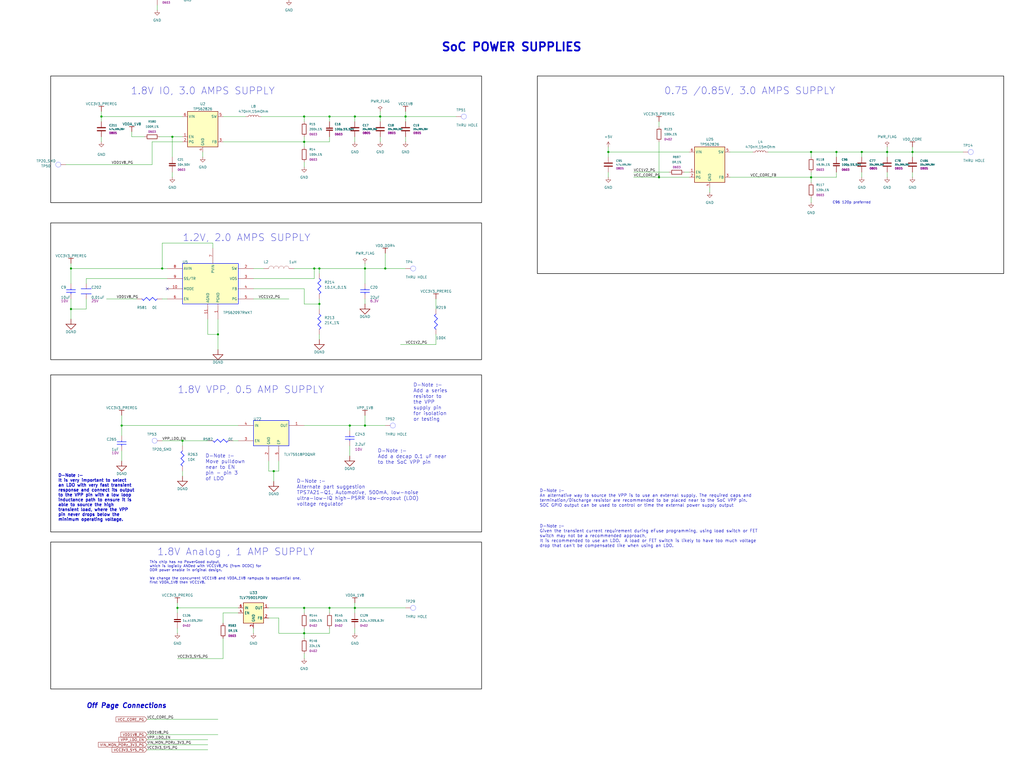
<source format=kicad_sch>
(kicad_sch (version 20231120) (generator "eeschema") (generator_version "8.0")
  (paper "User" 513.08 386.08)
  (junction (at 177.8 304.8))
  (junction (at 165.1 58.42))
  (junction (at 195.58 -25.4))
  (junction (at 157.48 134.62))
  (junction (at 157.48 -25.4))
  (junction (at 88.9 304.8))
  (junction (at 109.22 167.64))
  (junction (at 175.26 213.36))
  (junction (at 50.8 58.42))
  (junction (at 431.8 76.2))
  (junction (at 60.96 213.36))
  (junction (at 35.56 154.94))
  (junction (at 190.5 58.42))
  (junction (at 78.74 -15.24))
  (junction (at 144.78 -25.4))
  (junction (at 86.36 68.58))
  (junction (at 182.88 -25.4))
  (junction (at 160.02 134.62))
  (junction (at 406.4 76.2))
  (junction (at 144.78 -12.7))
  (junction (at 81.28 134.62))
  (junction (at 406.4 88.9))
  (junction (at 182.88 134.62))
  (junction (at 165.1 304.8))
  (junction (at 419.1 76.2))
  (junction (at 457.2 76.2))
  (junction (at 152.4 304.8))
  (junction (at 304.8 76.2))
  (junction (at 152.4 71.12))
  (junction (at 25.4 -25.4))
  (junction (at 330.2 88.9))
  (junction (at 177.8 58.42))
  (junction (at 35.56 134.62))
  (junction (at 160.02 152.4))
  (junction (at 182.88 213.36))
  (junction (at 137.16 236.22))
  (junction (at 152.4 58.42))
  (junction (at 444.5 76.2))
  (junction (at 170.18 -25.4))
  (junction (at 91.44 220.98))
  (junction (at 203.2 58.42))
  (junction (at 193.04 134.62))
  (junction (at 152.4 317.5))
  (no_connect (at 83.82 144.78))
  (wire (pts (xy 157.48 139.7) (xy 127 139.7)))
  (wire (pts (xy 152.4 327.66) (xy 152.4 330.2)))
  (wire (pts (xy 144.78 -25.4) (xy 123.19 -25.4)))
  (wire (pts (xy 43.18 154.94) (xy 43.18 149.86)))
  (wire (pts (xy 88.9 330.2) (xy 111.76 330.2)))
  (wire (pts (xy 50.8 68.58) (xy 50.8 71.12)))
  (wire (pts (xy 152.4 144.78) (xy 127 144.78)))
  (wire (pts (xy 419.1 78.74) (xy 419.1 76.2)))
  (wire (pts (xy 170.18 -22.86) (xy 170.18 -25.4)))
  (wire (pts (xy 88.9 314.96) (xy 88.9 317.5)))
  (wire (pts (xy 152.4 71.12) (xy 152.4 68.58)))
  (wire (pts (xy 152.4 320.04) (xy 152.4 317.5)))
  (wire (pts (xy 132.08 134.62) (xy 127 134.62)))
  (wire (pts (xy 444.5 88.9) (xy 444.5 86.36)))
  (wire (pts (xy 170.18 -25.4) (xy 157.48 -25.4)))
  (wire (pts (xy 88.9 304.8) (xy 88.9 302.26)))
  (wire (pts (xy 304.8 76.2) (xy 304.8 78.74)))
  (wire (pts (xy 152.4 304.8) (xy 134.62 304.8)))
  (wire (pts (xy 182.88 134.62) (xy 193.04 134.62)))
  (wire (pts (xy 109.22 368.3) (xy 73.66 368.3)))
  (wire (pts (xy 25.4 -27.94) (xy 25.4 -25.4)))
  (wire (pts (xy 175.26 215.9) (xy 175.26 213.36)))
  (wire (pts (xy 406.4 88.9) (xy 419.1 88.9)))
  (wire (pts (xy 431.8 76.2) (xy 444.5 76.2)))
  (wire (pts (xy 182.88 -12.7) (xy 182.88 -15.24)))
  (wire (pts (xy 43.18 142.24) (xy 43.18 139.7)))
  (wire (pts (xy 165.1 58.42) (xy 152.4 58.42)))
  (wire (pts (xy 177.8 71.12) (xy 177.8 68.58)))
  (wire (pts (xy 81.28 220.98) (xy 91.44 220.98)))
  (wire (pts (xy 88.9 304.8) (xy 88.9 307.34)))
  (wire (pts (xy 182.88 132.08) (xy 182.88 134.62)))
  (wire (pts (xy 123.19 58.42) (xy 111.76 58.42)))
  (wire (pts (xy 66.04 68.58) (xy 66.04 66.04)))
  (wire (pts (xy 134.62 309.88) (xy 139.7 309.88)))
  (wire (pts (xy 137.16 236.22) (xy 139.7 236.22)))
  (wire (pts (xy 66.04 68.58) (xy 72.39 68.58)))
  (wire (pts (xy 304.8 86.36) (xy 304.8 88.9)))
  (wire (pts (xy 139.7 236.22) (xy 139.7 231.14)))
  (wire (pts (xy 193.04 134.62) (xy 193.04 127)))
  (wire (pts (xy 139.7 309.88) (xy 139.7 317.5)))
  (wire (pts (xy 60.96 218.44) (xy 60.96 213.36)))
  (wire (pts (xy 457.2 73.66) (xy 457.2 76.2)))
  (wire (pts (xy 101.6 76.2) (xy 101.6 78.74)))
  (wire (pts (xy 76.2 71.12) (xy 76.2 82.55)))
  (wire (pts (xy 317.5 86.36) (xy 335.28 86.36)))
  (wire (pts (xy 177.8 307.34) (xy 177.8 304.8)))
  (wire (pts (xy 68.58 149.86) (xy 53.34 149.86)))
  (wire (pts (xy 365.76 76.2) (xy 377.19 76.2)))
  (wire (pts (xy 60.96 231.14) (xy 60.96 226.06)))
  (wire (pts (xy 177.8 304.8) (xy 165.1 304.8)))
  (wire (pts (xy 144.78 -12.7) (xy 157.48 -12.7)))
  (wire (pts (xy 134.62 231.14) (xy 134.62 236.22)))
  (wire (pts (xy 63.5 -12.7) (xy 63.5 -5.08)))
  (wire (pts (xy 139.7 317.5) (xy 152.4 317.5)))
  (wire (pts (xy 157.48 -22.86) (xy 157.48 -25.4)))
  (wire (pts (xy 177.8 302.26) (xy 177.8 304.8)))
  (wire (pts (xy 195.58 -27.94) (xy 195.58 -25.4)))
  (wire (pts (xy 406.4 91.44) (xy 406.4 88.9)))
  (wire (pts (xy 144.78 149.86) (xy 127 149.86)))
  (wire (pts (xy 50.8 58.42) (xy 91.44 58.42)))
  (wire (pts (xy 431.8 88.9) (xy 431.8 86.36)))
  (wire (pts (xy 177.8 304.8) (xy 203.2 304.8)))
  (wire (pts (xy 147.32 134.62) (xy 157.48 134.62)))
  (wire (pts (xy 93.98 -7.62) (xy 93.98 -5.08)))
  (wire (pts (xy 116.84 220.98) (xy 119.38 220.98)))
  (wire (pts (xy 175.26 213.36) (xy 182.88 213.36)))
  (wire (pts (xy 190.5 58.42) (xy 177.8 58.42)))
  (wire (pts (xy 182.88 -22.86) (xy 182.88 -25.4)))
  (wire (pts (xy 106.68 121.92) (xy 106.68 124.46)))
  (wire (pts (xy 444.5 73.66) (xy 444.5 76.2)))
  (wire (pts (xy 419.1 76.2) (xy 406.4 76.2)))
  (wire (pts (xy 365.76 88.9) (xy 406.4 88.9)))
  (wire (pts (xy 203.2 60.96) (xy 203.2 58.42)))
  (wire (pts (xy 182.88 142.24) (xy 182.88 134.62)))
  (wire (pts (xy 152.4 71.12) (xy 165.1 71.12)))
  (wire (pts (xy 104.14 167.64) (xy 104.14 160.02)))
  (wire (pts (xy 160.02 154.94) (xy 160.02 152.4)))
  (wire (pts (xy 109.22 167.64) (xy 104.14 167.64)))
  (wire (pts (xy 160.02 137.16) (xy 160.02 134.62)))
  (wire (pts (xy 177.8 60.96) (xy 177.8 58.42)))
  (wire (pts (xy 25.4 -15.24) (xy 25.4 -12.7)))
  (wire (pts (xy 157.48 134.62) (xy 160.02 134.62)))
  (wire (pts (xy 91.44 223.52) (xy 91.44 220.98)))
  (wire (pts (xy 177.8 317.5) (xy 177.8 314.96)))
  (wire (pts (xy 152.4 58.42) (xy 130.81 58.42)))
  (wire (pts (xy 50.8 55.88) (xy 50.8 58.42)))
  (wire (pts (xy 160.02 134.62) (xy 182.88 134.62)))
  (wire (pts (xy 195.58 -12.7) (xy 195.58 -15.24)))
  (wire (pts (xy 165.1 60.96) (xy 165.1 58.42)))
  (wire (pts (xy 218.44 149.86) (xy 218.44 154.94)))
  (wire (pts (xy 203.2 55.88) (xy 203.2 58.42)))
  (wire (pts (xy 160.02 152.4) (xy 152.4 152.4)))
  (wire (pts (xy 43.18 139.7) (xy 83.82 139.7)))
  (wire (pts (xy 78.74 2.54) (xy 78.74 5.08)))
  (wire (pts (xy 111.76 320.04) (xy 111.76 330.2)))
  (wire (pts (xy 104.14 370.84) (xy 73.66 370.84)))
  (wire (pts (xy 81.28 121.92) (xy 106.68 121.92)))
  (wire (pts (xy 218.44 167.64) (xy 218.44 172.72)))
  (wire (pts (xy 419.1 76.2) (xy 431.8 76.2)))
  (wire (pts (xy 406.4 88.9) (xy 406.4 86.36)))
  (wire (pts (xy 91.44 220.98) (xy 104.14 220.98)))
  (wire (pts (xy 86.36 86.36) (xy 86.36 88.9)))
  (wire (pts (xy 152.4 317.5) (xy 165.1 317.5)))
  (wire (pts (xy 457.2 88.9) (xy 457.2 86.36)))
  (wire (pts (xy 160.02 152.4) (xy 160.02 149.86)))
  (wire (pts (xy 152.4 83.82) (xy 152.4 81.28)))
  (wire (pts (xy 330.2 60.96) (xy 330.2 63.5)))
  (wire (pts (xy 86.36 68.58) (xy 91.44 68.58)))
  (wire (pts (xy 190.5 55.88) (xy 190.5 58.42)))
  (wire (pts (xy 444.5 78.74) (xy 444.5 76.2)))
  (wire (pts (xy 203.2 71.12) (xy 203.2 68.58)))
  (wire (pts (xy 67.31 -15.24) (xy 78.74 -15.24)))
  (wire (pts (xy 35.56 154.94) (xy 43.18 154.94)))
  (wire (pts (xy 144.78 -12.7) (xy 144.78 -15.24)))
  (wire (pts (xy 104.14 -12.7) (xy 144.78 -12.7)))
  (wire (pts (xy 78.74 -15.24) (xy 83.82 -15.24)))
  (wire (pts (xy 177.8 58.42) (xy 165.1 58.42)))
  (wire (pts (xy 190.5 71.12) (xy 190.5 68.58)))
  (wire (pts (xy 304.8 76.2) (xy 345.44 76.2)))
  (wire (pts (xy 165.1 317.5) (xy 165.1 314.96)))
  (wire (pts (xy 457.2 78.74) (xy 457.2 76.2)))
  (wire (pts (xy 43.18 -15.24) (xy 59.69 -15.24)))
  (wire (pts (xy 160.02 170.18) (xy 160.02 167.64)))
  (wire (pts (xy 165.1 307.34) (xy 165.1 304.8)))
  (wire (pts (xy 152.4 60.96) (xy 152.4 58.42)))
  (wire (pts (xy 182.88 152.4) (xy 182.88 149.86)))
  (wire (pts (xy 195.58 -22.86) (xy 195.58 -25.4)))
  (wire (pts (xy 157.48 -25.4) (xy 144.78 -25.4)))
  (wire (pts (xy 175.26 228.6) (xy 175.26 223.52)))
  (wire (pts (xy 127 314.96) (xy 127 317.5)))
  (wire (pts (xy 63.5 -5.08) (xy 46.99 -5.08)))
  (wire (pts (xy 43.18 -15.24) (xy 43.18 -17.78)))
  (wire (pts (xy 80.01 68.58) (xy 86.36 68.58)))
  (wire (pts (xy 137.16 241.3) (xy 137.16 236.22)))
  (wire (pts (xy 355.6 93.98) (xy 355.6 96.52)))
  (wire (pts (xy 78.74 -15.24) (xy 78.74 -5.08)))
  (wire (pts (xy 104.14 373.38) (xy 73.66 373.38)))
  (wire (pts (xy 182.88 -25.4) (xy 170.18 -25.4)))
  (wire (pts (xy 35.56 134.62) (xy 81.28 134.62)))
  (wire (pts (xy 457.2 76.2) (xy 482.6 76.2)))
  (wire (pts (xy 50.8 60.96) (xy 50.8 58.42)))
  (wire (pts (xy 86.36 68.58) (xy 86.36 78.74)))
  (wire (pts (xy 182.88 213.36) (xy 193.04 213.36)))
  (wire (pts (xy 406.4 78.74) (xy 406.4 76.2)))
  (wire (pts (xy 35.56 142.24) (xy 35.56 134.62)))
  (wire (pts (xy 119.38 213.36) (xy 60.96 213.36)))
  (wire (pts (xy 384.81 76.2) (xy 406.4 76.2)))
  (wire (pts (xy 81.28 134.62) (xy 81.28 121.92)))
  (wire (pts (xy 431.8 78.74) (xy 431.8 76.2)))
  (wire (pts (xy 195.58 -25.4) (xy 220.98 -25.4)))
  (wire (pts (xy 152.4 73.66) (xy 152.4 71.12)))
  (wire (pts (xy 157.48 -12.7) (xy 157.48 -15.24)))
  (wire (pts (xy 60.96 213.36) (xy 60.96 208.28)))
  (wire (pts (xy 345.44 86.36) (xy 342.9 86.36)))
  (wire (pts (xy 218.44 172.72) (xy 200.66 172.72)))
  (wire (pts (xy 35.56 154.94) (xy 35.56 149.86)))
  (wire (pts (xy 115.57 -25.4) (xy 104.14 -25.4)))
  (wire (pts (xy 406.4 101.6) (xy 406.4 99.06)))
  (wire (pts (xy 152.4 307.34) (xy 152.4 304.8)))
  (wire (pts (xy 195.58 -25.4) (xy 182.88 -25.4)))
  (wire (pts (xy 330.2 71.12) (xy 330.2 88.9)))
  (wire (pts (xy 111.76 71.12) (xy 152.4 71.12)))
  (wire (pts (xy 104.14 375.92) (xy 73.66 375.92)))
  (wire (pts (xy 317.5 88.9) (xy 330.2 88.9)))
  (wire (pts (xy 165.1 304.8) (xy 152.4 304.8)))
  (wire (pts (xy 83.82 -12.7) (xy 63.5 -12.7)))
  (wire (pts (xy 190.5 60.96) (xy 190.5 58.42)))
  (wire (pts (xy 111.76 307.34) (xy 111.76 312.42)))
  (wire (pts (xy 35.56 160.02) (xy 35.56 154.94)))
  (wire (pts (xy 419.1 88.9) (xy 419.1 86.36)))
  (wire (pts (xy 203.2 58.42) (xy 190.5 58.42)))
  (wire (pts (xy 304.8 73.66) (xy 304.8 76.2)))
  (wire (pts (xy 76.2 82.55) (xy 33.02 82.55)))
  (wire (pts (xy 457.2 76.2) (xy 444.5 76.2)))
  (wire (pts (xy 152.4 152.4) (xy 152.4 144.78)))
  (wire (pts (xy 165.1 71.12) (xy 165.1 68.58)))
  (wire (pts (xy 109.22 360.68) (xy 73.66 360.68)))
  (wire (pts (xy 170.18 -12.7) (xy 170.18 -15.24)))
  (wire (pts (xy 91.44 71.12) (xy 76.2 71.12)))
  (wire (pts (xy 203.2 58.42) (xy 228.6 58.42)))
  (wire (pts (xy 91.44 238.76) (xy 91.44 236.22)))
  (wire (pts (xy 81.28 134.62) (xy 83.82 134.62)))
  (wire (pts (xy 157.48 134.62) (xy 157.48 139.7)))
  (wire (pts (xy 119.38 304.8) (xy 88.9 304.8)))
  (wire (pts (xy 25.4 -25.4) (xy 83.82 -25.4)))
  (wire (pts (xy 152.4 317.5) (xy 152.4 314.96)))
  (wire (pts (xy 182.88 213.36) (xy 182.88 208.28)))
  (wire (pts (xy 144.78 -22.86) (xy 144.78 -25.4)))
  (wire (pts (xy 25.4 -22.86) (xy 25.4 -25.4)))
  (wire (pts (xy 144.78 -10.16) (xy 144.78 -12.7)))
  (wire (pts (xy 144.78 0) (xy 144.78 -2.54)))
  (wire (pts (xy 182.88 -27.94) (xy 182.88 -25.4)))
  (wire (pts (xy 81.28 149.86) (xy 83.82 149.86)))
  (wire (pts (xy 134.62 236.22) (xy 137.16 236.22)))
  (wire (pts (xy 330.2 88.9) (xy 345.44 88.9)))
  (wire (pts (xy 119.38 307.34) (xy 111.76 307.34)))
  (wire (pts (xy 152.4 213.36) (xy 175.26 213.36)))
  (wire (pts (xy 193.04 134.62) (xy 203.2 134.62)))
  (wire (pts (xy 109.22 167.64) (xy 109.22 160.02)))
  (wire (pts (xy 35.56 134.62) (xy 35.56 132.08)))
  (wire (pts (xy 109.22 175.26) (xy 109.22 167.64)))
  (rectangle (start 502.92 38.1) (end 269.24 137.16) (stroke (width 0.254) (color 0 0 0 1)))
  (rectangle (start 241.3 271.78) (end 25.4 345.44) (stroke (width 0.254) (color 0 0 0 1)))
  (rectangle (start 241.3 111.76) (end 25.4 180.34) (stroke (width 0.254) (color 0 0 0 1)))
  (rectangle (start 241.3 187.96) (end 25.4 266.7) (stroke (width 0.254) (color 0 0 0 1)))
  (rectangle (start 25.4 38.1) (end 241.3 101.6) (stroke (width 0.254) (color 0 0 0 1)))
  (text_box "D-Note :-\nAn alternative way to source the VPP is to use an external supply. The required caps and\ntermination/Discharge resistor are recommended to be placed near to the SoC VPP pin. \nSOC GPIO output can be used to control or time the external power supply output" (at 426.466 256.032 0) (size -157.226 -12.192) (stroke (width -0.0001) (color 0 0 0 1)) (effects (font (size 1.524 1.524)) (justify left top)))
  (text_box "D-Note :-\nMove pulldown\nnear to EN\npin - pin 3\nof LDO" (at 129.032 243.84 0) (size -27.432 -17.78) (stroke (width -0.0001) (color 0 0 0 1)) (effects (font (size 1.778 1.778)) (justify left top)))
  (text_box "D-Note :-\nAlternate part suggestion \nTPS7A21-Q1, Automotive, 500mA, low-noise\nultra-low-IQ high-PSRR low-dropout (LDO)\nvoltage regulator" (at 229.616 256.54 0) (size -82.296 -17.78) (stroke (width -0.0001) (color 0 0 0 1)) (effects (font (size 1.778 1.778)) (justify left top)))
  (text_box "D-Note :-\nAdd a decap 0.1 uF near\nto the SoC VPP pin" (at 235.712 234.188 0) (size -47.752 -10.668) (stroke (width -0.0001) (color 0 0 0 1)) (effects (font (size 1.778 1.778)) (justify left top)))
  (text_box "D-Note :-\nAdd a series\nresistor to\nthe VPP\nsupply pin\nfor isolation\nor testing" (at 233.172 215.392 0) (size -27.432 -24.892) (stroke (width -0.0001) (color 0 0 0 1)) (effects (font (size 1.778 1.778)) (justify left top)))
  (text_box "D-Note :-\nIt is very important to select\nan LDO with very fast transient\nresponse and connect its output\nto the VPP pin with a low loop\ninductance path to ensure it is\nable to source the high\ntransient load, where the VPP\npin never drops below the\nminimum operating voltage." (at 83.82 266.7 0) (size -55.88 -30.48) (stroke (width -0.0001) (color 0 0 0 1)) (effects (font (size 1.524 1.524) (bold yes)) (justify left top)))
  (text_box "D-Note :-\nGiven the transient current requirement during eFuse programming, using load switch or FET\nswitch may not be a recommended approach, \nIt is recommended to use an LDO.  A load or FET switch is likely to have too much voltage\ndrop that can't be compensated like when using an LDO." (at 430.022 276.86 0) (size -160.782 -15.24) (stroke (width -0.0001) (color 0 0 0 1)) (effects (font (size 1.524 1.524)) (justify left top)))
  (text "This chip has no PowerGood output,\nwhich is logially ANDed with VCC1V8_PG (from DCDC) for\nDDR power enable in original design.\n\nWe change the concurrent VCC1V8 and VDDA_1V8 rampups to sequential one,\nfirst VDDA_1V8 then VCC1V8.\n" (at 74.93 287.02 0) (effects (font (size 1.27 1.27)) (justify left)))
  (text "1.8V Analog , 1 AMP SUPPLY" (at 78.74 278.892 0) (effects (font (size 3.556 3.556)) (justify left bottom)))
  (text "SoC POWER SUPPLIES" (at 220.98 26.162 0) (effects (font (size 4.191 4.191) (bold yes)) (justify left bottom)))
  (text "1.8V VPP, 0.5 AMP SUPPLY" (at 88.9 197.612 0) (effects (font (size 3.556 3.556)) (justify left bottom)))
  (text "C96 120p preferred" (at 426.72 101.6 0) (effects (font (size 1.27 1.27))))
  (text "1.2V, 2.0 AMPS SUPPLY" (at 91.44 121.412 0) (effects (font (size 3.556 3.556)) (justify left bottom)))
  (text "Off Page Connections" (at 43.18 355.346 0) (effects (font (size 2.413 2.413) (bold yes) (italic yes)) (justify left bottom)))
  (text "1.8V IO, 3.0 AMPS SUPPLY" (at 101.6 45.72 0) (effects (font (size 3.556 3.556))))
  (text "0.75 /0.85V, 3.0 AMPS SUPPLY" (at 332.74 47.752 0) (effects (font (size 3.556 3.556)) (justify left bottom)))
  (label "VDD1V8_PG" (at 48.26 -5.08 0))
  (label "VCC1V2_PG" (at 203.2 172.72 0))
  (label "VCC1V2_PG" (at 129.54 149.86 0))
  (label "VCC_CORE_PG" (at 73.66 360.68 0))
  (label "VCC3V3_SYS_PG" (at 88.9 330.2 0))
  (label "VCC_CORE_FB" (at 375.92 88.9 0))
  (label "VCC_CORE_PG" (at 317.5 88.9 0))
  (label "VCC1V2_PG" (at 317.5 86.36 0))
  (label "VDD1V8_PG" (at 73.66 368.3 0))
  (label "VPP_LDO_EN" (at 73.66 370.84 0))
  (label "VDD1V8_PG" (at 39.37 -12.7 0))
  (label "VCC3V3_SYS_PG" (at 73.66 375.92 0))
  (label "VDD1V8_PG" (at 58.42 149.86 0))
  (label "VDD1V8_PG" (at 55.88 82.55 0))
  (label "VPP_LDO_EN" (at 81.28 220.98 0))
  (label "VIN_MON_PORz_3V3_PG" (at 73.66 373.38 0))
  (global_label "VCC3V3_SYS_PG" (shape input) (at 73.66 375.92 180) (property "Intersheetrefs" "${INTERSHEET_REFS}" (effects (hide yes))))
  (global_label "VPP_LDO_EN" (shape input) (at 73.66 370.84 180) (property "Intersheetrefs" "${INTERSHEET_REFS}" (effects (hide yes))))
  (global_label "VDD1V8_PG" (shape input) (at 73.66 368.3 180) (property "Intersheetrefs" "${INTERSHEET_REFS}" (effects (hide yes))))
  (global_label "VCC_CORE_PG" (shape input) (at 73.66 360.68 180) (property "Intersheetrefs" "${INTERSHEET_REFS}" (effects (hide yes))))
  (global_label "VIN_MON_PORz_3V3_PG" (shape input) (at 73.66 373.38 180) (property "Intersheetrefs" "${INTERSHEET_REFS}" (effects (hide yes))))
  (symbol (lib_id "JLC_C0805:4.7u,10%,25V") (at 50.8 64.77 0) (unit 1)
    (property "Reference" "C211" (at 54.61 62.8649 0) (effects (font (size 1.016 1.016)) (justify left)))
    (property "Value" "4.7u,10%,25V" (at 54.61 64.77 0) (effects (font (size 0.762 0.762)) (justify left)))
    (property "Footprint" "Capacitor_SMD:C_0805_2012Metric" (effects (hide yes)))
    (property "Description" "Unpolarized capacitor" (effects (hide yes)))
    (property "Package" "0805" (at 54.61 66.6749 0) (effects (font (size 1.016 1.016)) (justify left)))
    (property "Manufacturer" "Samsung" (effects (hide yes)))
    (property "Manufacturer Part" "CL21A475KAQNNNE" (effects (hide yes)))
    (property "Supplier Part" "C1779" (effects (hide yes)))
  )
  (symbol (lib_id "JLC_C0805:22u,20%,25V") (at 190.5 64.77 0) (unit 1)
    (property "Reference" "C18" (at 194.31 62.8649 0) (effects (font (size 1.016 1.016)) (justify left)))
    (property "Value" "22u,20%,25V" (at 194.31 64.77 0) (effects (font (size 0.762 0.762)) (justify left)))
    (property "Footprint" "Capacitor_SMD:C_0805_2012Metric" (effects (hide yes)))
    (property "Description" "Unpolarized capacitor" (effects (hide yes)))
    (property "Package" "0805" (at 194.31 66.6749 0) (effects (font (size 1.016 1.016)) (justify left)))
    (property "Manufacturer" "Samsung" (effects (hide yes)))
    (property "Manufacturer Part" "CL21A226MAQNNNE" (effects (hide yes)))
    (property "Supplier Part" "C45783" (effects (hide yes)))
  )
  (symbol (lib_id "power:GND") (at 78.74 5.08 0) (unit 1)
    (property "Reference" "#PWR079" (effects (hide yes)))
    (property "Value" "GND" (at 78.74 10.16 0))
    (property "Description" "Power symbol creates a global label with name \"GND\" , ground" (effects (hide yes)))
  )
  (symbol (lib_id "power:GND") (at 152.4 83.82 0) (unit 1)
    (property "Reference" "#PWR070" (effects (hide yes)))
    (property "Value" "GND" (at 152.4 88.9 0))
    (property "Description" "Power symbol creates a global label with name \"GND\" , ground" (effects (hide yes)))
  )
  (symbol (lib_id "38-altium-import:root_0_CAP_Dup3") (at 172.72 218.44 0) (unit 1)
    (property "Reference" "C243" (at 177.8 218.44 0) (effects (justify left bottom)))
    (property "Value" "2.2uF" (at 177.8 223.52 0) (effects (justify left bottom)))
    (property "Footprint" "CAP0402_0-75" (effects (hide yes)))
    (property "Description" "CAP CERAMIC 2.2uF 10V 20% X5R 0402" (effects (hide yes)))
    (property "PCB FOOTPRINT" "CAP0402_0-75" (effects (hide yes)))
    (property "FOOTPRINT PATH" "Y~{:}MIS_DATABAS~{E}Librar~{y}ALTIUM_TOO~{L}PCB_FOOTPRINT~{S}Altium_Footprint_Lib.PcbLib" (effects (hide yes)))
    (property "LIBRARY PATH" "Y~{:}MIS_DATABAS~{E}Librar~{y}ALTIUM_TOO~{L}SCHEMATICS_PART~{S}MS_DISCRETE_Library.schlib" (effects (hide yes)))
    (property "FOOTPRINT REF" "CAP0402_0-75" (effects (hide yes)))
    (property "MISTRAL PART NO" "120019040036-R" (effects (hide yes)))
    (property "PROJECT" "AM64x_EVM_BRD" (effects (hide yes)))
    (property "MFR_NAME" "WURTH ELECTRONICS" (effects (hide yes)))
    (property "MFR_PART_NUMBER" "885012105013" (effects (hide yes)))
    (property "PART_TYPE" "CAPACITOR~{S}CERAMIC" (effects (hide yes)))
    (property "TOLERANCE" "20%" (effects (hide yes)))
    (property "VOLTAGE" "10V" (at 177.8 226.06 0) (effects (justify left bottom)))
    (property "WATTAGE" "NA" (effects (hide yes)))
    (property "PACKAGE" "0402" (effects (hide yes)))
    (property "DISTRIBUTOR_NAME" "DIGIKEY" (effects (hide yes)))
    (property "DISTRIBUTOR_PART_NUMBER" "732-7490-1-ND" (effects (hide yes)))
    (property "HEIGHT" "0.55MM" (effects (hide yes)))
    (property "WEIGHT" "0.65mg" (effects (hide yes)))
    (property "TEMPERATURE" "-55癈+85癈" (effects (hide yes)))
    (property "DATASHEET" "Y~{:}MIS_DATABAS~{E}DATASHEET~{S}CAPACITOR~{S}885012105013.PDF" (effects (hide yes)))
    (property "CRTD /DATE" "ALVY/170820" (effects (hide yes)))
    (property "CHKD/DATE" "MANIRAJA/170820" (effects (hide yes)))
    (property "CUSTOMS_HS_CODE" "85322990" (effects (hide yes)))
    (property "CUSTOM_DUTY" "15%" (effects (hide yes)))
    (property "MECHANICAL 3D STEP FILE" "CAP0402_0-75" (effects (hide yes)))
    (property "LIBRARY REF" "CAP" (effects (hide yes)))
  )
  (symbol (lib_id "JLC_C0603:100p,5%,50V") (at 165.1 64.77 0) (unit 1)
    (property "Reference" "C16" (at 167.64 62.2299 0) (effects (font (size 1.016 1.016)) (justify left)))
    (property "Value" "100p,5%,50V" (at 167.64 64.7699 0) (effects (font (size 1.016 1.016)) (justify left)))
    (property "Footprint" "Abacus:C_0603_1608Metric_1.28x0.64mm_Courtyard" (effects (hide yes)))
    (property "Description" "Unpolarized capacitor" (effects (hide yes)))
    (property "Package" "0603" (at 167.64 67.3099 0) (effects (font (size 1.016 1.016)) (justify left)))
    (property "Manufacturer" "Samsung" (effects (hide yes)))
    (property "Manufacturer Part" "CL10C101JB8NNNC" (effects (hide yes)))
    (property "Supplier Part" "C14858" (effects (hide yes)))
  )
  (symbol (lib_id "JLC_R0603:100k,1%") (at 144.78 -6.35 0) (unit 1)
    (property "Reference" "R43" (at 147.32 -8.8901 0) (effects (font (size 1.016 1.016)) (justify left)))
    (property "Value" "100k,1%" (at 147.32 -6.3501 0) (effects (font (size 1.016 1.016)) (justify left)))
    (property "Footprint" "Abacus:R_0603_1608Metric_1.28x0.64mm_Courtyard" (effects (hide yes)))
    (property "Description" "Resistor" (effects (hide yes)))
    (property "Package" "0603" (at 147.32 -3.8101 0) (effects (font (size 1.016 1.016)) (justify left)))
  )
  (symbol (lib_id "JLC_C0805:4.7u,10%,25V") (at 304.8 82.55 0) (unit 1)
    (property "Reference" "C95" (at 308.61 80.6449 0) (effects (font (size 1.016 1.016)) (justify left)))
    (property "Value" "4.7u,10%,25V" (at 308.61 82.55 0) (effects (font (size 0.762 0.762)) (justify left)))
    (property "Footprint" "Capacitor_SMD:C_0805_2012Metric" (effects (hide yes)))
    (property "Description" "Unpolarized capacitor" (effects (hide yes)))
    (property "Package" "0805" (at 308.61 84.4549 0) (effects (font (size 1.016 1.016)) (justify left)))
    (property "Manufacturer" "Samsung" (effects (hide yes)))
    (property "Manufacturer Part" "CL21A475KAQNNNE" (effects (hide yes)))
    (property "Supplier Part" "C1779" (effects (hide yes)))
  )
  (symbol (lib_id "38-altium-import:root_1_INDUCTOR") (at 134.62 134.62 0) (unit 1)
    (property "Reference" "L2" (at 132.08 132.08 0) (effects (justify left bottom)))
    (property "Value" "1uH" (at 144.78 132.08 0) (effects (justify left bottom)))
    (property "Footprint" "IND_744316100_230X220_SMD_4-3" (effects (hide yes)))
    (property "Description" "IND HI-CURRENT 1uH 11.5A 20% SMD" (effects (hide yes)))
    (property "FOOTPRINT REF" "IND_744316100_230X220_SMD_4-3" (effects (hide yes)))
    (property "MISTRAL PART NO" "130020050041-R" (effects (hide yes)))
    (property "PROJECT" "AM64x-GP_EVM BRD" (effects (hide yes)))
    (property "MFR_NAME" "WURTH ELECTRONICS" (effects (hide yes)))
    (property "MFR_PART_NUMBER" "744316100" (effects (hide yes)))
    (property "PART_TYPE" "INDUCTOR" (effects (hide yes)))
    (property "TOLERANCE" "20%" (effects (hide yes)))
    (property "VOLTAGE" "NA" (effects (hide yes)))
    (property "WATTAGE" "NA" (effects (hide yes)))
    (property "PACKAGE" "SMD" (effects (hide yes)))
    (property "DISTRIBUTOR_NAME" "DIGIKEY" (effects (hide yes)))
    (property "DISTRIBUTOR_PART_NUMBER" "732-6176-1-ND" (effects (hide yes)))
    (property "LIBRARY REF" "INDUCTOR" (effects (hide yes)))
    (property "HEIGHT" "4.30MM" (effects (hide yes)))
    (property "WEIGHT" "570mg" (effects (hide yes)))
    (property "TEMPERATURE" "-40癈+150癈" (effects (hide yes)))
    (property "DATASHEET" "Y~{:}MIS_DATABAS~{E}DATASHEET~{S}DISCRETE~{S}INDUCTOR~{S}744316100.PDF" (effects (hide yes)))
    (property "CRTD /DATE" "ALVY/280520" (effects (hide yes)))
    (property "CHKD/DATE" "MANIRAJA/280520" (effects (hide yes)))
    (property "CUSTOMS_HS_CODE" "85437099" (effects (hide yes)))
    (property "CUSTOM_DUTY" "24%" (effects (hide yes)))
    (property "MECHANICAL 3D STEP FILE" "IND_744316100_230X220_SMD_4-3" (effects (hide yes)))
    (property "LIBRARY PATH" "Y~{:}MIS_DATABAS~{E}Librar~{y}ALTIUM_TOO~{L}SCHEMATICS_PART~{S}MS_DISCRETE_Library.schlib" (effects (hide yes)))
    (property "FOOTPRINT PATH" "Y~{:}MIS_DATABAS~{E}Librar~{y}ALTIUM_TOO~{L}PCB_FOOTPRINT~{S}Altium_Footprint_Lib.PcbLib" (effects (hide yes)))
    (property "PCB FOOTPRINT" "IND_744316100_230X220_SMD_4-3" (effects (hide yes)))
  )
  (symbol (lib_id "38-altium-import:VCC3V3_PREREG_BAR") (at 25.4 -27.94 180) (unit 1)
    (property "Reference" "#PWR066" (effects (hide yes)))
    (property "Value" "VCC3V3_PREREG" (at 25.4 -31.75 0))
  )
  (symbol (lib_id "JLC_C0805:22u,20%,25V") (at 444.5 82.55 0) (unit 1)
    (property "Reference" "C78" (at 448.31 80.6449 0) (effects (font (size 1.016 1.016)) (justify left)))
    (property "Value" "22u,20%,25V" (at 448.31 82.55 0) (effects (font (size 0.762 0.762)) (justify left)))
    (property "Footprint" "Capacitor_SMD:C_0805_2012Metric" (effects (hide yes)))
    (property "Description" "Unpolarized capacitor" (effects (hide yes)))
    (property "Package" "0805" (at 448.31 84.4549 0) (effects (font (size 1.016 1.016)) (justify left)))
    (property "Manufacturer" "Samsung" (effects (hide yes)))
    (property "Manufacturer Part" "CL21A226MAQNNNE" (effects (hide yes)))
    (property "Supplier Part" "C45783" (effects (hide yes)))
  )
  (symbol (lib_id "Device:L") (at 381 76.2 90) (unit 1)
    (property "Reference" "L4" (at 381 71.12 90))
    (property "Value" "470nH,15mOhm" (at 381 73.66 90))
    (property "Footprint" "Inductor_SMD:L_Sunlord_MWSA0518S" (effects (hide yes)))
    (property "Description" "Inductor" (effects (hide yes)))
  )
  (symbol (lib_id "JLC_R0603:0R,1%") (at 111.76 316.23 0) (unit 1)
    (property "Reference" "R583" (at 114.3 313.6899 0) (effects (font (size 1.016 1.016)) (justify left)))
    (property "Value" "0R,1%" (at 114.3 316.2299 0) (effects (font (size 1.016 1.016)) (justify left)))
    (property "Footprint" "Abacus:R_0603_1608Metric_1.28x0.64mm_Courtyard" (effects (hide yes)))
    (property "Description" "Resistor" (effects (hide yes)))
    (property "Package" "0603" (at 114.3 318.7699 0) (effects (font (size 1.016 1.016)) (justify left)))
    (property "Manufacturer" "UNI-ROYAL" (effects (hide yes)))
    (property "Manufacturer Part" "0603WAF0000T5E" (effects (hide yes)))
    (property "Supplier Part" "C21189" (effects (hide yes)))
  )
  (symbol (lib_id "Device:L") (at 127 58.42 90) (unit 1)
    (property "Reference" "L8" (at 127 53.34 90))
    (property "Value" "470nH,15mOhm" (at 127 55.88 90))
    (property "Footprint" "Inductor_SMD:L_Sunlord_MWSA0518S" (effects (hide yes)))
    (property "Description" "Inductor" (effects (hide yes)))
  )
  (symbol (lib_id "JLC_C0402:2.2u,±20%,6.3V") (at 177.8 311.15 0) (unit 1)
    (property "Reference" "C129" (at 180.34 308.6099 0) (effects (font (size 1.016 1.016)) (justify left)))
    (property "Value" "2.2u,±20%,6.3V" (at 180.34 311.1499 0) (effects (font (size 1.016 1.016)) (justify left)))
    (property "Footprint" "Abacus:C_0402_1005Metric_for_0.25mm_grid" (effects (hide yes)))
    (property "Description" "Unpolarized capacitor" (effects (hide yes)))
    (property "Package" "0402" (at 180.34 313.6899 0) (effects (font (size 1.016 1.016)) (justify left)))
    (property "Manufacturer" "Samsung" (effects (hide yes)))
    (property "Manufacturer Part" "CL05A225MQ5NSNC" (effects (hide yes)))
    (property "Supplier Part" "C12530" (effects (hide yes)))
  )
  (symbol (lib_id "38-altium-import:VCC3V3_PREREG_BAR") (at 88.9 302.26 180) (unit 1)
    (property "Reference" "#PWR062" (effects (hide yes)))
    (property "Value" "VCC3V3_PREREG" (at 88.9 298.45 0))
  )
  (symbol (lib_id "JLC_C0603:10n,±10%,50V") (at 78.74 -1.27 0) (unit 1)
    (property "Reference" "C26" (at 81.28 -3.8101 0) (effects (font (size 1.016 1.016)) (justify left)))
    (property "Value" "10n,50V" (at 81.28 -1.2701 0) (effects (font (size 1.016 1.016)) (justify left)))
    (property "Footprint" "Abacus:C_0603_1608Metric_1.28x0.64mm_Courtyard" (effects (hide yes)))
    (property "Description" "Unpolarized capacitor" (effects (hide yes)))
    (property "Package" "0603" (at 81.28 1.2699 0) (effects (font (size 1.016 1.016)) (justify left)))
    (property "Manufacturer" "FH" (effects (hide yes)))
    (property "Manufacturer Part" "0603B103K500NT" (effects (hide yes)))
    (property "Supplier Part" "C57112" (effects (hide yes)))
  )
  (symbol (lib_id "JLC_C0805:22u,20%,25V") (at 457.2 82.55 0) (unit 1)
    (property "Reference" "C486" (at 461.01 80.6449 0) (effects (font (size 1.016 1.016)) (justify left)))
    (property "Value" "22u,20%,25V" (at 461.01 82.55 0) (effects (font (size 0.762 0.762)) (justify left)))
    (property "Footprint" "Capacitor_SMD:C_0805_2012Metric" (effects (hide yes)))
    (property "Description" "Unpolarized capacitor" (effects (hide yes)))
    (property "Package" "0805" (at 461.01 84.4549 0) (effects (font (size 1.016 1.016)) (justify left)))
    (property "Manufacturer" "Samsung" (effects (hide yes)))
    (property "Manufacturer Part" "CL21A226MAQNNNE" (effects (hide yes)))
    (property "Supplier Part" "C45783" (effects (hide yes)))
  )
  (symbol (lib_id "JLC_R0402:100k,1%") (at 152.4 311.15 0) (unit 1)
    (property "Reference" "R144" (at 154.94 308.6099 0) (effects (font (size 1.016 1.016)) (justify left)))
    (property "Value" "100k,1%" (at 154.94 311.1499 0) (effects (font (size 1.016 1.016)) (justify left)))
    (property "Footprint" "Abacus:R_0402_1005Metric_for_0.25mm_grid" (effects (hide yes)))
    (property "Description" "Resistor" (effects (hide yes)))
    (property "Package" "0402" (at 154.94 313.6899 0) (effects (font (size 1.016 1.016)) (justify left)))
    (property "Manufacturer" "UNI-ROYAL" (effects (hide yes)))
    (property "Manufacturer Part" "0402WGF1003TCE" (effects (hide yes)))
    (property "Supplier Part" "C25741" (effects (hide yes)))
  )
  (symbol (lib_id "JLC_R0603:49.9k,1%") (at 406.4 82.55 0) (unit 1)
    (property "Reference" "R118" (at 408.94 80.0099 0) (effects (font (size 1.016 1.016)) (justify left)))
    (property "Value" "49.9k,1%" (at 408.94 82.5499 0) (effects (font (size 1.016 1.016)) (justify left)))
    (property "Footprint" "Abacus:R_0603_1608Metric_1.28x0.64mm_Courtyard" (effects (hide yes)))
    (property "Description" "Resistor" (effects (hide yes)))
    (property "Package" "0603" (at 408.94 85.0899 0) (effects (font (size 1.016 1.016)) (justify left)))
    (property "Manufacturer" "UNI-ROYAL" (effects (hide yes)))
    (property "Manufacturer Part" "0603WAF4992T5E" (effects (hide yes)))
    (property "Supplier Part" "C23184" (effects (hide yes)))
  )
  (symbol (lib_id "power:GND") (at 25.4 -12.7 0) (unit 1)
    (property "Reference" "#PWR067" (effects (hide yes)))
    (property "Value" "GND" (at 25.4 -6.35 0))
    (property "Description" "Power symbol creates a global label with name \"GND\" , ground" (effects (hide yes)))
  )
  (symbol (lib_id "JLC_C0805:22u,20%,25V") (at 182.88 -19.05 0) (unit 1)
    (property "Reference" "C32" (at 186.69 -20.9551 0) (effects (font (size 1.016 1.016)) (justify left)))
    (property "Value" "22u,20%,25V" (at 186.69 -19.05 0) (effects (font (size 0.762 0.762)) (justify left)))
    (property "Footprint" "Capacitor_SMD:C_0805_2012Metric" (effects (hide yes)))
    (property "Description" "Unpolarized capacitor" (effects (hide yes)))
    (property "Package" "0805" (at 186.69 -17.1451 0) (effects (font (size 1.016 1.016)) (justify left)))
    (property "Manufacturer" "Samsung" (effects (hide yes)))
    (property "Manufacturer Part" "CL21A226MAQNNNE" (effects (hide yes)))
    (property "Supplier Part" "C45783" (effects (hide yes)))
  )
  (symbol (lib_id "38-altium-import:root_0_mirrored_TESTPOINT") (at 208.28 132.08 0) (unit 1)
    (property "Reference" "TP4" (at 203.2 132.08 0) (effects (justify left bottom)))
    (property "Value" "THRU HOLE" (at 203.2 139.7 0) (effects (justify left bottom)))
    (property "Footprint" "TP_40X65" (effects (hide yes)))
    (property "Description" "TESTPOINT 1.0MM DRILL PTH" (effects (hide yes)))
    (property "LIBRARY REF" "TESTPOINT" (effects (hide yes)))
    (property "CHKD/DATE" "MAZHAR/271211" (effects (hide yes)))
    (property "CRTD /DATE" "SHREESHAIL/041005" (effects (hide yes)))
    (property "DATASHEET" "NA" (effects (hide yes)))
    (property "HEIGHT" "NA" (effects (hide yes)))
    (property "DISTRIBUTOR_PART_NUMBER" "NA" (effects (hide yes)))
    (property "DISTRIBUTOR_NAME" "NA" (effects (hide yes)))
    (property "PACKAGE" "THRU-HOLE" (effects (hide yes)))
    (property "PART_TYPE" "TESTPOINT" (effects (hide yes)))
    (property "MFR_PART_NUMBER" "TP_40X65" (effects (hide yes)))
    (property "MFR_NAME" "LOCAL" (effects (hide yes)))
    (property "PROJECT" "HSE" (effects (hide yes)))
    (property "MISTRAL PART NO" "130009030938" (effects (hide yes)))
    (property "PCB FOOTPRINT" "TP_40X65" (effects (hide yes)))
  )
  (symbol (lib_id "38-altium-import:root_0_mirrored_TESTPOINT") (at 208.28 302.26 0) (unit 1)
    (property "Reference" "TP29" (at 203.2 302.26 0) (effects (justify left bottom)))
    (property "Value" "THRU HOLE" (at 203.2 309.88 0) (effects (justify left bottom)))
    (property "Footprint" "TP_40X65" (effects (hide yes)))
    (property "Description" "TESTPOINT 1.0MM DRILL PTH" (effects (hide yes)))
    (property "PCB FOOTPRINT" "TP_40X65" (effects (hide yes)))
    (property "MISTRAL PART NO" "130009030938" (effects (hide yes)))
    (property "PROJECT" "HSE" (effects (hide yes)))
    (property "MFR_NAME" "LOCAL" (effects (hide yes)))
    (property "MFR_PART_NUMBER" "TP_40X65" (effects (hide yes)))
    (property "PART_TYPE" "TESTPOINT" (effects (hide yes)))
    (property "PACKAGE" "THRU-HOLE" (effects (hide yes)))
    (property "DISTRIBUTOR_NAME" "NA" (effects (hide yes)))
    (property "DISTRIBUTOR_PART_NUMBER" "NA" (effects (hide yes)))
    (property "HEIGHT" "NA" (effects (hide yes)))
    (property "DATASHEET" "NA" (effects (hide yes)))
    (property "CRTD /DATE" "SHREESHAIL/041005" (effects (hide yes)))
    (property "CHKD/DATE" "MAZHAR/271211" (effects (hide yes)))
    (property "LIBRARY REF" "TESTPOINT" (effects (hide yes)))
  )
  (symbol (lib_id "JLC_R0603:200k,1%") (at 144.78 -19.05 0) (unit 1)
    (property "Reference" "R28" (at 147.32 -21.5901 0) (effects (font (size 1.016 1.016)) (justify left)))
    (property "Value" "200k,1%" (at 147.32 -19.0501 0) (effects (font (size 1.016 1.016)) (justify left)))
    (property "Footprint" "Abacus:R_0603_1608Metric_1.28x0.64mm_Courtyard" (effects (hide yes)))
    (property "Description" "Resistor" (effects (hide yes)))
    (property "Package" "0603" (at 147.32 -16.5101 0) (effects (font (size 1.016 1.016)) (justify left)))
    (property "Manufacturer" "UNI-ROYAL" (effects (hide yes)))
    (property "Manufacturer Part" "0603WAF2003T5E" (effects (hide yes)))
    (property "Supplier Part" "C25811" (effects (hide yes)))
  )
  (symbol (lib_id "38-altium-import:VCC3V3_PREREG_BAR") (at 218.44 149.86 180) (unit 1)
    (property "Reference" "#PWR?" (effects (hide yes)))
    (property "Value" "VCC3V3_PREREG" (at 218.44 146.05 0))
  )
  (symbol (lib_id "38-altium-import:VCC1V8_BAR") (at 203.2 55.88 180) (unit 1)
    (property "Reference" "#PWR074" (effects (hide yes)))
    (property "Value" "VCC1V8" (at 203.2 52.07 0))
  )
  (symbol (lib_id "JLC_R0603:0R,1%") (at 339.09 86.36 90) (unit 1)
    (property "Reference" "R697" (at 339.09 78.74 90) (effects (font (size 1.016 1.016))))
    (property "Value" "0R,1%" (at 339.09 81.28 90) (effects (font (size 1.016 1.016))))
    (property "Footprint" "Abacus:R_0603_1608Metric_1.28x0.64mm_Courtyard" (effects (hide yes)))
    (property "Description" "Resistor" (effects (hide yes)))
    (property "Package" "0603" (at 339.09 83.82 90) (effects (font (size 1.016 1.016))))
    (property "Manufacturer" "UNI-ROYAL" (effects (hide yes)))
    (property "Manufacturer Part" "0603WAF0000T5E" (effects (hide yes)))
    (property "Supplier Part" "C21189" (effects (hide yes)))
  )
  (symbol (lib_id "JLC_C0805:22u,20%,25V") (at 170.18 -19.05 0) (unit 1)
    (property "Reference" "C31" (at 173.99 -20.9551 0) (effects (font (size 1.016 1.016)) (justify left)))
    (property "Value" "22u,20%,25V" (at 173.99 -19.05 0) (effects (font (size 0.762 0.762)) (justify left)))
    (property "Footprint" "Capacitor_SMD:C_0805_2012Metric" (effects (hide yes)))
    (property "Description" "Unpolarized capacitor" (effects (hide yes)))
    (property "Package" "0805" (at 173.99 -17.1451 0) (effects (font (size 1.016 1.016)) (justify left)))
    (property "Manufacturer" "Samsung" (effects (hide yes)))
    (property "Manufacturer Part" "CL21A226MAQNNNE" (effects (hide yes)))
    (property "Supplier Part" "C45783" (effects (hide yes)))
  )
  (symbol (lib_id "38-altium-import:DGND_SIGNAL_GROUND") (at 35.56 160.02 0) (unit 1)
    (property "Reference" "#PWR?" (effects (hide yes)))
    (property "Value" "DGND" (at 35.56 166.37 0))
  )
  (symbol (lib_id "38-altium-import:DGND_SIGNAL_GROUND") (at 175.26 228.6 0) (unit 1)
    (property "Reference" "#PWR?" (effects (hide yes)))
    (property "Value" "DGND" (at 175.26 234.95 0))
  )
  (symbol (lib_id "38-altium-import:root_0_CAP_Dup3") (at 180.34 144.78 0) (unit 1)
    (property "Reference" "C20" (at 185.42 144.78 0) (effects (justify left bottom)))
    (property "Value" "22uF" (at 185.42 149.86 0) (effects (justify left bottom)))
    (property "Footprint" "CAP0603_1" (effects (hide yes)))
    (property "Description" "CAP CERAMIC 22uF 6.3V 20% X5R 0603" (effects (hide yes)))
    (property "FOOTPRINT PATH" "Y~{:}MIS_DATABAS~{E}Librar~{y}ALTIUM_TOO~{L}PCB_FOOTPRINT~{S}Altium_Footprint_Lib.PcbLib" (effects (hide yes)))
    (property "LIBRARY PATH" "Y~{:}MIS_DATABAS~{E}Librar~{y}ALTIUM_TOO~{L}SCHEMATICS_PART~{S}MS_DISCRETE_Library.schlib" (effects (hide yes)))
    (property "MECHANICAL 3D STEP FILE" "CAP0603_1" (effects (hide yes)))
    (property "FOOTPRINT REF" "CAP0603_1" (effects (hide yes)))
    (property "LIBRARY REF" "CAP" (effects (hide yes)))
    (property "MISTRAL PART NO" "120015090007-R" (effects (hide yes)))
    (property "PROJECT" "OCTBTS_3000" (effects (hide yes)))
    (property "MFR_NAME" "MURATA" (effects (hide yes)))
    (property "MFR_PART_NUMBER" "GRM188R60J226MEA0" (effects (hide yes)))
    (property "PART_TYPE" "CAPACITOR~{S}CERAMIC" (effects (hide yes)))
    (property "TOLERANCE" "20%" (effects (hide yes)))
    (property "VOLTAGE" "6.3V" (at 185.42 151.638 0) (effects (justify left bottom)))
    (property "WATTAGE" "NA" (effects (hide yes)))
    (property "PACKAGE" "0603" (effects (hide yes)))
    (property "DISTRIBUTOR_NAME" "DIGIKEY" (effects (hide yes)))
    (property "DISTRIBUTOR_PART_NUMBER" "490-7611-2-ND" (effects (hide yes)))
    (property "HEIGHT" "1.00MM" (effects (hide yes)))
    (property "WEIGHT" "6.3mg" (effects (hide yes)))
    (property "TEMPERATURE" "-55癈+85癈" (effects (hide yes)))
    (property "DATASHEET" "Y~{:}MIS_DATABAS~{E}DATASHEET~{S}CAPACITOR~{S}MURATA-GXX-SER_NOV17.PDF" (effects (hide yes)))
    (property "CRTD /DATE" "JEBRAN/090915" (effects (hide yes)))
    (property "CHKD/DATE" "JEBRAN/090915" (effects (hide yes)))
    (property "CUSTOMS_HS_CODE" "85322990" (effects (hide yes)))
    (property "CUSTOM_DUTY" "15%" (effects (hide yes)))
    (property "PCB FOOTPRINT" "CAP0603_1" (effects (hide yes)))
  )
  (symbol (lib_id "power:GND") (at 355.6 96.52 0) (unit 1)
    (property "Reference" "#PWR054" (effects (hide yes)))
    (property "Value" "GND" (at 355.6 101.6 0))
    (property "Description" "Power symbol creates a global label with name \"GND\" , ground" (effects (hide yes)))
  )
  (symbol (lib_id "power:GND") (at 101.6 78.74 0) (unit 1)
    (property "Reference" "#PWR058" (effects (hide yes)))
    (property "Value" "GND" (at 101.6 83.82 0))
    (property "Description" "Power symbol creates a global label with name \"GND\" , ground" (effects (hide yes)))
  )
  (symbol (lib_id "JLC_R0603:200k,1%") (at 152.4 64.77 0) (unit 1)
    (property "Reference" "R15" (at 154.94 62.2299 0) (effects (font (size 1.016 1.016)) (justify left)))
    (property "Value" "200k,1%" (at 154.94 64.7699 0) (effects (font (size 1.016 1.016)) (justify left)))
    (property "Footprint" "Abacus:R_0603_1608Metric_1.28x0.64mm_Courtyard" (effects (hide yes)))
    (property "Description" "Resistor" (effects (hide yes)))
    (property "Package" "0603" (at 154.94 67.3099 0) (effects (font (size 1.016 1.016)) (justify left)))
    (property "Manufacturer" "UNI-ROYAL" (effects (hide yes)))
    (property "Manufacturer Part" "0603WAF2003T5E" (effects (hide yes)))
    (property "Supplier Part" "C25811" (effects (hide yes)))
  )
  (symbol (lib_id "38-altium-import:DGND_SIGNAL_GROUND") (at 91.44 238.76 0) (unit 1)
    (property "Reference" "#PWR?" (effects (hide yes)))
    (property "Value" "DGND" (at 91.44 245.11 0))
  )
  (symbol (lib_id "38-altium-import:DGND_SIGNAL_GROUND") (at 109.22 175.26 0) (unit 1)
    (property "Reference" "#PWR?" (effects (hide yes)))
    (property "Value" "DGND" (at 109.22 181.61 0))
  )
  (symbol (lib_id "power:GND") (at 457.2 88.9 0) (mirror y) (unit 1)
    (property "Reference" "#PWR059" (effects (hide yes)))
    (property "Value" "GND" (at 457.2 93.98 0))
    (property "Description" "Power symbol creates a global label with name \"GND\" , ground" (effects (hide yes)))
  )
  (symbol (lib_id "JLC_R0603:100R,1%") (at 76.2 68.58 90) (unit 1)
    (property "Reference" "R580" (at 76.2 60.96 90) (effects (font (size 1.016 1.016))))
    (property "Value" "100R,1%" (at 76.2 63.5 90) (effects (font (size 1.016 1.016))))
    (property "Footprint" "Abacus:R_0603_1608Metric_1.28x0.64mm_Courtyard" (effects (hide yes)))
    (property "Description" "Resistor" (effects (hide yes)))
    (property "Package" "0603" (at 76.2 66.04 90) (effects (font (size 1.016 1.016))))
    (property "Manufacturer" "UNI-ROYAL" (effects (hide yes)))
    (property "Manufacturer Part" "0603WAF1000T5E" (effects (hide yes)))
    (property "Supplier Part" "C22775" (effects (hide yes)))
  )
  (symbol (lib_id "21-altium-import:VDDA_1V8_BAR") (at 177.8 302.26 180) (unit 1)
    (property "Reference" "#PWR065" (effects (hide yes)))
    (property "Value" "VDDA_1V8" (at 177.8 298.45 0))
  )
  (symbol (lib_id "38-altium-import:root_0_TPS62097RWKT_VQFNHR11") (at 91.44 132.08 0) (unit 1)
    (property "Reference" "U5" (at 91.44 132.08 0) (effects (justify left bottom)))
    (property "Value" "TPS62097RWKT" (at 111.76 157.48 0) (effects (justify left bottom)))
    (property "Footprint" "VQFNHR11_TPS62097_80X80_1" (effects (hide yes)))
    (property "Description" "IC 2A SYNCHRONOUS STEP DOWN CONVERTER WITH IDCS CONTROL VQFN-HR11" (effects (hide yes)))
    (property "MECHANICAL 3D STEP FILE" "VQFNHR11_TPS62097_80X80_1" (effects (hide yes)))
    (property "CUSTOM_DUTY" "15%" (effects (hide yes)))
    (property "CUSTOMS_HS_CODE" "85423100" (effects (hide yes)))
    (property "CHKD/DATE" "MANIRAJA/270917" (effects (hide yes)))
    (property "CRTD /DATE" "MANIRAJA/270917" (effects (hide yes)))
    (property "DATASHEET" "Y~{:}MIS_DATABAS~{E}DATASHEET~{S}IC~{S}POWE~{R}TPS62097.PDF" (effects (hide yes)))
    (property "TEMPERATURE" "-40癈+125癈" (effects (hide yes)))
    (property "WEIGHT" "NA" (effects (hide yes)))
    (property "HEIGHT" "1.00MM" (effects (hide yes)))
    (property "DISTRIBUTOR_PART_NUMBER" "296-43330-1-ND" (effects (hide yes)))
    (property "DISTRIBUTOR_NAME" "DIGIKEY" (effects (hide yes)))
    (property "PACKAGE" "VQFN-HR11" (effects (hide yes)))
    (property "WATTAGE" "NA" (effects (hide yes)))
    (property "VOLTAGE" "NA" (effects (hide yes)))
    (property "TOLERANCE" "NA" (effects (hide yes)))
    (property "PART_TYPE" "IC~{S}POWE~{R}CONVERTER" (effects (hide yes)))
    (property "MFR_PART_NUMBER" "TPS62097RWKT" (effects (hide yes)))
    (property "MFR_NAME" "TEXAS INSTRUMENTS" (effects (hide yes)))
    (property "PROJECT" "TI_MAXIE_CPB" (effects (hide yes)))
    (property "MISTRAL PART NO" "142017090025-R" (effects (hide yes)))
    (property "LIBRARY REF" "TPS62097RWKT_VQFNHR11" (effects (hide yes)))
    (property "PCB FOOTPRINT" "VQFNHR11_TPS62097_80X80_1" (effects (hide yes)))
  )
  (symbol (lib_id "power:GND") (at 190.5 71.12 0) (mirror y) (unit 1)
    (property "Reference" "#PWR072" (effects (hide yes)))
    (property "Value" "GND" (at 190.5 76.2 0))
    (property "Description" "Power symbol creates a global label with name \"GND\" , ground" (effects (hide yes)))
  )
  (symbol (lib_id "JLC_R0402:100k,1%") (at 330.2 67.31 0) (unit 1)
    (property "Reference" "R123" (at 332.74 64.7699 0) (effects (font (size 1.016 1.016)) (justify left)))
    (property "Value" "100k,1%" (at 332.74 67.3099 0) (effects (font (size 1.016 1.016)) (justify left)))
    (property "Footprint" "Abacus:R_0402_1005Metric_for_0.25mm_grid" (effects (hide yes)))
    (property "Description" "Resistor" (effects (hide yes)))
    (property "Package" "0402" (at 332.74 69.8499 0) (effects (font (size 1.016 1.016)) (justify left)))
    (property "Manufacturer" "UNI-ROYAL" (effects (hide yes)))
    (property "Manufacturer Part" "0402WGF1003TCE" (effects (hide yes)))
    (property "Supplier Part" "C25741" (effects (hide yes)))
  )
  (symbol (lib_id "power:GND") (at 50.8 71.12 0) (unit 1)
    (property "Reference" "#PWR068" (effects (hide yes)))
    (property "Value" "GND" (at 50.8 77.47 0))
    (property "Description" "Power symbol creates a global label with name \"GND\" , ground" (effects (hide yes)))
  )
  (symbol (lib_id "power:GND") (at 304.8 88.9 0) (unit 1)
    (property "Reference" "#PWR053" (effects (hide yes)))
    (property "Value" "GND" (at 304.8 93.98 0))
    (property "Description" "Power symbol creates a global label with name \"GND\" , ground" (effects (hide yes)))
  )
  (symbol (lib_id "38-altium-import:VCC1V8_BAR") (at 195.58 -27.94 180) (unit 1)
    (property "Reference" "#PWR084" (effects (hide yes)))
    (property "Value" "VCC1V8" (at 195.58 -31.75 0))
  )
  (symbol (lib_id "38-altium-import:VCC3V3_PREREG_BAR") (at 60.96 208.28 180) (unit 1)
    (property "Reference" "#PWR?" (effects (hide yes)))
    (property "Value" "VCC3V3_PREREG" (at 60.96 204.47 0))
  )
  (symbol (lib_id "38-altium-import:root_0_CAP_Dup2") (at 40.64 144.78 0) (unit 1)
    (property "Reference" "C202" (at 45.72 144.78 0) (effects (justify left bottom)))
    (property "Value" "0.01uF" (at 45.72 149.86 0) (effects (justify left bottom)))
    (property "Footprint" "CAP0402N" (effects (hide yes)))
    (property "Description" "CAP CERAMIC 0.01uF 25V 10% X7R 0402" (effects (hide yes)))
    (property "FOOTPRINT PATH" "Y~{:}MIS_DATABAS~{E}Librar~{y}ALTIUM_TOO~{L}PCB_FOOTPRINT~{S}Altium_Footprint_Lib.PcbLib" (effects (hide yes)))
    (property "LIBRARY PATH" "Y~{:}MIS_DATABAS~{E}Librar~{y}ALTIUM_TOO~{L}SCHEMATICS_PART~{S}MS_DISCRETE_Library.schlib" (effects (hide yes)))
    (property "FOOTPRINT REF" "CAP0402_0-75" (effects (hide yes)))
    (property "MECHANICAL 3D STEP FILE" "CAP0402_0-75" (effects (hide yes)))
    (property "TEMPERATURE" "-55癈+125癈" (effects (hide yes)))
    (property "WEIGHT" "0.65mg" (effects (hide yes)))
    (property "WATTAGE" "NA" (effects (hide yes)))
    (property "CUSTOM_DUTY" "15%" (effects (hide yes)))
    (property "CUSTOMS_HS_CODE" "85322990" (effects (hide yes)))
    (property "CHKD/DATE" "MANIRAJA/170820" (effects (hide yes)))
    (property "CRTD /DATE" "ALVY/170820" (effects (hide yes)))
    (property "DATASHEET" "Y~{:}MIS_DATABAS~{E}DATASHEET~{S}CAPACITOR~{S}885012205050.PDF" (effects (hide yes)))
    (property "HEIGHT" "0.55MM" (effects (hide yes)))
    (property "DISTRIBUTOR_PART_NUMBER" "732-7545-1-ND" (effects (hide yes)))
    (property "DISTRIBUTOR_NAME" "DIGIKEY" (effects (hide yes)))
    (property "PACKAGE" "0402" (effects (hide yes)))
    (property "VOLTAGE" "25V" (at 45.72 151.638 0) (effects (justify left bottom)))
    (property "TOLERANCE" "10%" (effects (hide yes)))
    (property "PART_TYPE" "CAPACITOR~{S}CERAMIC" (effects (hide yes)))
    (property "MFR_PART_NUMBER" "885012205050" (effects (hide yes)))
    (property "MFR_NAME" "WURTH ELECTRONICS" (effects (hide yes)))
    (property "PROJECT" "AM64x_EVM_BRD" (effects (hide yes)))
    (property "MISTRAL PART NO" "120011090040-R" (effects (hide yes)))
    (property "LIBRARY REF" "CAP" (effects (hide yes)))
    (property "PCB FOOTPRINT" "CAP0402_0-75" (effects (hide yes)))
  )
  (symbol (lib_id "JLC_R0603:100k,1%") (at 152.4 77.47 0) (unit 1)
    (property "Reference" "R14" (at 154.94 74.9299 0) (effects (font (size 1.016 1.016)) (justify left)))
    (property "Value" "100k,1%" (at 154.94 77.4699 0) (effects (font (size 1.016 1.016)) (justify left)))
    (property "Footprint" "Abacus:R_0603_1608Metric_1.28x0.64mm_Courtyard" (effects (hide yes)))
    (property "Description" "Resistor" (effects (hide yes)))
    (property "Package" "0603" (at 154.94 80.0099 0) (effects (font (size 1.016 1.016)) (justify left)))
  )
  (symbol (lib_id "JLC_C0805:22u,20%,25V") (at 203.2 64.77 0) (unit 1)
    (property "Reference" "C19" (at 207.01 62.8649 0) (effects (font (size 1.016 1.016)) (justify left)))
    (property "Value" "22u,20%,25V" (at 207.01 64.77 0) (effects (font (size 0.762 0.762)) (justify left)))
    (property "Footprint" "Capacitor_SMD:C_0805_2012Metric" (effects (hide yes)))
    (property "Description" "Unpolarized capacitor" (effects (hide yes)))
    (property "Package" "0805" (at 207.01 66.6749 0) (effects (font (size 1.016 1.016)) (justify left)))
    (property "Manufacturer" "Samsung" (effects (hide yes)))
    (property "Manufacturer Part" "CL21A226MAQNNNE" (effects (hide yes)))
    (property "Supplier Part" "C45783" (effects (hide yes)))
  )
  (symbol (lib_id "JLC_C0805:22u,20%,25V") (at 195.58 -19.05 0) (unit 1)
    (property "Reference" "C33" (at 199.39 -20.9551 0) (effects (font (size 1.016 1.016)) (justify left)))
    (property "Value" "22u,20%,25V" (at 199.39 -19.05 0) (effects (font (size 0.762 0.762)) (justify left)))
    (property "Footprint" "Capacitor_SMD:C_0805_2012Metric" (effects (hide yes)))
    (property "Description" "Unpolarized capacitor" (effects (hide yes)))
    (property "Package" "0805" (at 199.39 -17.1451 0) (effects (font (size 1.016 1.016)) (justify left)))
    (property "Manufacturer" "Samsung" (effects (hide yes)))
    (property "Manufacturer Part" "CL21A226MAQNNNE" (effects (hide yes)))
    (property "Supplier Part" "C45783" (effects (hide yes)))
  )
  (symbol (lib_id "JLC_C0805:22u,20%,25V") (at 177.8 64.77 0) (unit 1)
    (property "Reference" "C17" (at 181.61 62.8649 0) (effects (font (size 1.016 1.016)) (justify left)))
    (property "Value" "22u,20%,25V" (at 181.61 64.77 0) (effects (font (size 0.762 0.762)) (justify left)))
    (property "Footprint" "Capacitor_SMD:C_0805_2012Metric" (effects (hide yes)))
    (property "Description" "Unpolarized capacitor" (effects (hide yes)))
    (property "Package" "0805" (at 181.61 66.6749 0) (effects (font (size 1.016 1.016)) (justify left)))
    (property "Manufacturer" "Samsung" (effects (hide yes)))
    (property "Manufacturer Part" "CL21A226MAQNNNE" (effects (hide yes)))
    (property "Supplier Part" "C45783" (effects (hide yes)))
  )
  (symbol (lib_id "38-altium-import:root_0_CAP_Dup3") (at 33.02 144.78 0) (unit 1)
    (property "Reference" "C9" (at 30.48 144.78 0) (effects (justify left bottom)))
    (property "Value" "10uF" (at 30.48 149.86 0) (effects (justify left bottom)))
    (property "Footprint" "CAP0402_0-75" (effects (hide yes)))
    (property "Description" "CAP CERAMIC 10uF 10V 20% X5R 0402" (effects (hide yes)))
    (property "FOOTPRINT PATH" "Y~{:}MIS_DATABAS~{E}Librar~{y}ALTIUM_TOO~{L}PCB_FOOTPRINT~{S}Altium_Footprint_Lib.PcbLib" (effects (hide yes)))
    (property "LIBRARY PATH" "Y~{:}MIS_DATABAS~{E}Librar~{y}ALTIUM_TOO~{L}SCHEMATICS_PART~{S}MS_DISCRETE_Library.schlib" (effects (hide yes)))
    (property "FOOTPRINT REF" "CAP0402_0-75" (effects (hide yes)))
    (property "LIBRARY REF" "CAP" (effects (hide yes)))
    (property "MECHANICAL 3D STEP FILE" "CAP0402_0-75" (effects (hide yes)))
    (property "CUSTOM_DUTY" "15%" (effects (hide yes)))
    (property "CUSTOMS_HS_CODE" "85322990" (effects (hide yes)))
    (property "CHKD/DATE" "MANIRAJA/300520" (effects (hide yes)))
    (property "CRTD /DATE" "ALVY/260520" (effects (hide yes)))
    (property "DATASHEET" "Y~{:}MIS_DATABAS~{E}DATASHEET~{S}CAPACITOR~{S}MURATA-GXX-SER_NOV17.PDF" (effects (hide yes)))
    (property "TEMPERATURE" "-55癈+85癈" (effects (hide yes)))
    (property "WEIGHT" "3.1mg" (effects (hide yes)))
    (property "HEIGHT" "0.55MM" (effects (hide yes)))
    (property "DISTRIBUTOR_PART_NUMBER" "490-GRM155R61A106ME11DTR-ND" (effects (hide yes)))
    (property "DISTRIBUTOR_NAME" "DIGIKEY" (effects (hide yes)))
    (property "PACKAGE" "0402" (effects (hide yes)))
    (property "WATTAGE" "NA" (effects (hide yes)))
    (property "VOLTAGE" "10V" (at 30.48 151.638 0) (effects (justify left bottom)))
    (property "TOLERANCE" "20%" (effects (hide yes)))
    (property "PART_TYPE" "CAPACITOR~{S}CERAMIC" (effects (hide yes)))
    (property "MFR_PART_NUMBER" "GRM155R61A106ME11D" (effects (hide yes)))
    (property "MFR_NAME" "MURATA" (effects (hide yes)))
    (property "PROJECT" "QCS610_NANOSOM" (effects (hide yes)))
    (property "MISTRAL PART NO" "120013110019-R" (effects (hide yes)))
    (property "PCB FOOTPRINT" "CAP0402_0-75" (effects (hide yes)))
  )
  (symbol (lib_id "power:PWR_FLAG") (at 190.5 55.88 0) (unit 1)
    (property "Reference" "#FLG01" (effects (hide yes)))
    (property "Value" "PWR_FLAG" (at 190.5 50.8 0))
    (property "Description" "Special symbol for telling ERC where power comes from" (effects (hide yes)))
  )
  (symbol (lib_id "Abacus:TPS62826") (at 93.98 -17.78 0) (unit 1)
    (property "Reference" "U6" (at 93.98 -31.75 0))
    (property "Value" "TPS62826" (at 93.98 -29.21 0))
    (property "Footprint" "Abacus:Texas_VSON-HR-6_1.5x1.5mm_P0.5mm" (effects (hide yes)))
    (property "Datasheet" "http://www.ti.com/lit/ds/symlink/tps62826.pdf" (effects (hide yes)))
    (property "Description" "3A Step-Down Converter with DCS-Control, adjustable output, 2.4-5.5V input voltage, QFN-8" (effects (hide yes)))
  )
  (symbol (lib_id "JLC_R0402:22k,1%") (at 152.4 323.85 0) (unit 1)
    (property "Reference" "R146" (at 154.94 321.3099 0) (effects (font (size 1.016 1.016)) (justify left)))
    (property "Value" "22k,1%" (at 154.94 323.8499 0) (effects (font (size 1.016 1.016)) (justify left)))
    (property "Footprint" "Abacus:R_0402_1005Metric_for_0.25mm_grid" (effects (hide yes)))
    (property "Description" "Resistor" (effects (hide yes)))
    (property "Package" "0402" (at 154.94 326.3899 0) (effects (font (size 1.016 1.016)) (justify left)))
    (property "Manufacturer" "UNI-ROYAL" (effects (hide yes)))
    (property "Manufacturer Part" "0402WGF2202TCE" (effects (hide yes)))
    (property "Supplier Part" "C25768" (effects (hide yes)))
  )
  (symbol (lib_id "power:GND") (at 88.9 317.5 0) (unit 1)
    (property "Reference" "#PWR063" (effects (hide yes)))
    (property "Value" "GND" (at 88.9 322.58 0))
    (property "Description" "Power symbol creates a global label with name \"GND\" , ground" (effects (hide yes)))
  )
  (symbol (lib_id "21-altium-import:VDD_DDR4_BAR") (at 193.04 127 180) (unit 1)
    (property "Reference" "#PWR018" (effects (hide yes)))
    (property "Value" "VDD_DDR4" (at 193.04 123.19 0))
  )
  (symbol (lib_id "power:GND") (at 182.88 -12.7 0) (mirror y) (unit 1)
    (property "Reference" "#PWR083" (effects (hide yes)))
    (property "Value" "GND" (at 182.88 -7.62 0))
    (property "Description" "Power symbol creates a global label with name \"GND\" , ground" (effects (hide yes)))
  )
  (symbol (lib_id "38-altium-import:root_0_CAP_Dup3") (at 58.42 220.98 0) (unit 1)
    (property "Reference" "C265" (at 53.34 220.98 0) (effects (justify left bottom)))
    (property "Value" "1uF" (at 55.88 226.06 0) (effects (justify left bottom)))
    (property "Footprint" "CAP0402_0-75" (effects (hide yes)))
    (property "Description" "CAP CERAMIC 1uF 10V 20% X5R 0402" (effects (hide yes)))
    (property "FOOTPRINT PATH" "Y~{:}MIS_DATABAS~{E}Librar~{y}ALTIUM_TOO~{L}PCB_FOOTPRINT~{S}Altium_Footprint_Lib.PcbLib" (effects (hide yes)))
    (property "LIBRARY PATH" "Y~{:}MIS_DATABAS~{E}Librar~{y}ALTIUM_TOO~{L}SCHEMATICS_PART~{S}MS_DISCRETE_Library.schlib" (effects (hide yes)))
    (property "FOOTPRINT REF" "CAP0402_0-75" (effects (hide yes)))
    (property "CUSTOM_DUTY" "15%" (effects (hide yes)))
    (property "CUSTOMS_HS_CODE" "85322990" (effects (hide yes)))
    (property "CHKD/DATE" "MANIRAJA/210820" (effects (hide yes)))
    (property "CRTD /DATE" "ALVY/190820" (effects (hide yes)))
    (property "DATASHEET" "Y~{:}MIS_DATABAS~{E}DATASHEET~{S}CAPACITOR~{S}885012105012.PDF" (effects (hide yes)))
    (property "TEMPERATURE" "-55癈+85癈" (effects (hide yes)))
    (property "WEIGHT" "0.65mg" (effects (hide yes)))
    (property "HEIGHT" "0.55MM" (effects (hide yes)))
    (property "DISTRIBUTOR_PART_NUMBER" "732-7489-1-ND" (effects (hide yes)))
    (property "DISTRIBUTOR_NAME" "DIGIKEY" (effects (hide yes)))
    (property "PACKAGE" "0402" (effects (hide yes)))
    (property "WATTAGE" "NA" (effects (hide yes)))
    (property "VOLTAGE" "10V" (at 55.88 227.838 0) (effects (justify left bottom)))
    (property "TOLERANCE" "20%" (effects (hide yes)))
    (property "PART_TYPE" "CAPACITOR~{S}CERAMIC" (effects (hide yes)))
    (property "MFR_PART_NUMBER" "885012105012" (effects (hide yes)))
    (property "MFR_NAME" "WURTH ELECTRONICS" (effects (hide yes)))
    (property "PROJECT" "AM64x_EVM_BRD" (effects (hide yes)))
    (property "MISTRAL PART NO" "120020080009-R" (effects (hide yes)))
    (property "MECHANICAL 3D STEP FILE" "CAP0402_0-75" (effects (hide yes)))
    (property "LIBRARY REF" "CAP" (effects (hide yes)))
    (property "PCB FOOTPRINT" "CAP0402_0-75" (effects (hide yes)))
  )
  (symbol (lib_id "power:GND") (at 431.8 88.9 0) (mirror y) (unit 1)
    (property "Reference" "#PWR056" (effects (hide yes)))
    (property "Value" "GND" (at 431.8 93.98 0))
    (property "Description" "Power symbol creates a global label with name \"GND\" , ground" (effects (hide yes)))
  )
  (symbol (lib_id "power:GND") (at 177.8 317.5 0) (unit 1)
    (property "Reference" "#PWR064" (effects (hide yes)))
    (property "Value" "GND" (at 177.8 322.58 0))
    (property "Description" "Power symbol creates a global label with name \"GND\" , ground" (effects (hide yes)))
  )
  (symbol (lib_id "21-altium-import:VDDA_1V8_BAR") (at 43.18 -17.78 180) (unit 1)
    (property "Reference" "#PWR078" (effects (hide yes)))
    (property "Value" "VDDA_1V8" (at 43.18 -21.59 0))
  )
  (symbol (lib_id "38-altium-import:root_0_TESTPOINT") (at 76.2 218.44 0) (unit 1)
    (property "Reference" "TP53" (at 73.66 218.44 0) (effects (justify left bottom)))
    (property "Value" "TP20_SMD" (at 76.2 226.06 0) (effects (justify left bottom)))
    (property "Footprint" "TP20_SMD" (effects (hide yes)))
    (property "Description" "TESTPOINT CIR 20 SMD" (effects (hide yes)))
    (property "FOOTPRINT PATH" "Y~{:}MIS_DATABAS~{E}Librar~{y}ALTIUM_TOO~{L}PCB_FOOTPRINT~{S}Altium_Footprint_Lib.PcbLib" (effects (hide yes)))
    (property "LIBRARY PATH" "Y~{:}MIS_DATABAS~{E}Librar~{y}ALTIUM_TOO~{L}SCHEMATICS_PART~{S}MS_DISCRETE_Library.schlib" (effects (hide yes)))
    (property "MECHANICAL 3D STEP FILE" "NA" (effects (hide yes)))
    (property "DATASHEET" "NA" (effects (hide yes)))
    (property "TEMPERATURE" "NA" (effects (hide yes)))
    (property "WEIGHT" "NA" (effects (hide yes)))
    (property "WATTAGE" "NA" (effects (hide yes)))
    (property "VOLTAGE" "NA" (effects (hide yes)))
    (property "TOLERANCE" "NA" (effects (hide yes)))
    (property "CHKD/DATE" "SHREESHAIL/171006" (effects (hide yes)))
    (property "CRTD /DATE" "MAZHAR/171006" (effects (hide yes)))
    (property "HEIGHT" "NA" (effects (hide yes)))
    (property "DISTRIBUTOR_PART_NUMBER" "NA" (effects (hide yes)))
    (property "DISTRIBUTOR_NAME" "NA" (effects (hide yes)))
    (property "PACKAGE" "SMD" (effects (hide yes)))
    (property "PART_TYPE" "TESTPOINT" (effects (hide yes)))
    (property "MFR_PART_NUMBER" "TP20_SMD" (effects (hide yes)))
    (property "MFR_NAME" "LOCAL" (effects (hide yes)))
    (property "PROJECT" "BT MODULE_CSRBC04" (effects (hide yes)))
    (property "MISTRAL PART NO" "NA" (effects (hide yes)))
    (property "LIBRARY REF" "TESTPOINT" (effects (hide yes)))
    (property "FOOTPRINT REF" "TP20_SMD" (effects (hide yes)))
    (property "ROHS" "NA" (effects (hide yes)))
    (property "CUSTOMS_HS_CODE" "NA" (effects (hide yes)))
    (property "CUSTOM_DUTY" "NA" (effects (hide yes)))
    (property "PCB FOOTPRINT" "TP20_SMD" (effects (hide yes)))
  )
  (symbol (lib_id "38-altium-import:DGND_SIGNAL_GROUND") (at 160.02 170.18 0) (unit 1)
    (property "Reference" "#PWR?" (effects (hide yes)))
    (property "Value" "DGND" (at 160.02 176.53 0))
  )
  (symbol (lib_id "power:GND") (at 406.4 101.6 0) (mirror y) (unit 1)
    (property "Reference" "#PWR055" (effects (hide yes)))
    (property "Value" "GND" (at 406.4 106.68 0))
    (property "Description" "Power symbol creates a global label with name \"GND\" , ground" (effects (hide yes)))
  )
  (symbol (lib_id "power:PWR_FLAG") (at 444.5 73.66 0) (unit 1)
    (property "Reference" "#FLG04" (effects (hide yes)))
    (property "Value" "PWR_FLAG" (at 444.5 68.58 0))
    (property "Description" "Special symbol for telling ERC where power comes from" (effects (hide yes)))
  )
  (symbol (lib_id "38-altium-import:root_0_RESISTOR_Dup6") (at 157.48 139.7 0) (unit 1)
    (property "Reference" "R214" (at 162.56 142.24 0) (effects (justify left bottom)))
    (property "Value" "10.1K_0.1%" (at 162.56 144.78 0) (effects (justify left bottom)))
    (property "Footprint" "RES0603_0-75" (effects (hide yes)))
    (property "Description" "RES 10.1K 1/8W 0.1% AUTO 0603" (effects (hide yes)))
    (property "FOOTPRINT PATH" "Y~{:}MIS_DATABAS~{E}Librar~{y}ALTIUM_TOO~{L}PCB_FOOTPRINT~{S}Altium_Footprint_Lib.PcbLib" (effects (hide yes)))
    (property "LIBRARY PATH" "Y~{:}MIS_DATABAS~{E}Librar~{y}ALTIUM_TOO~{L}SCHEMATICS_PART~{S}MS_DISCRETE_Library.schlib" (effects (hide yes)))
    (property "MECHANICAL 3D STEP FILE" "RES0603_0-75" (effects (hide yes)))
    (property "FOOTPRINT REF" "RES0603_0-75" (effects (hide yes)))
    (property "LIBRARY REF" "RESISTOR" (effects (hide yes)))
    (property "CUSTOM_DUTY" "15%" (effects (hide yes)))
    (property "CUSTOMS_HS_CODE" "85332119" (effects (hide yes)))
    (property "CHKD/DATE" "MANIRAJA/090420" (effects (hide yes)))
    (property "CRTD /DATE" "ALVY/080420" (effects (hide yes)))
    (property "DATASHEET" "Y~{:}MIS_DATABAS~{E}DATASHEET~{S}RESISTOR~{S}VISHAY_TNPWE3.PDF" (effects (hide yes)))
    (property "TEMPERATURE" "-55癈+155癈" (effects (hide yes)))
    (property "WEIGHT" "25mg" (effects (hide yes)))
    (property "HEIGHT" "0.55MM" (effects (hide yes)))
    (property "DISTRIBUTOR_PART_NUMBER" "541-3907-1-ND" (effects (hide yes)))
    (property "DISTRIBUTOR_NAME" "DIGIKEY" (effects (hide yes)))
    (property "PACKAGE" "0603" (effects (hide yes)))
    (property "WATTAGE" "1/8W" (effects (hide yes)))
    (property "VOLTAGE" "NA" (effects (hide yes)))
    (property "TOLERANCE" "0.1%" (effects (hide yes)))
    (property "PART_TYPE" "RESISTOR~{S}FIXED" (effects (hide yes)))
    (property "MFR_PART_NUMBER" "TNPW060310K1BEEA" (effects (hide yes)))
    (property "MFR_NAME" "VISHAY" (effects (hide yes)))
    (property "PROJECT" "AM64x-GP_EVM BRD" (effects (hide yes)))
    (property "MISTRAL PART NO" "110020040008-R" (effects (hide yes)))
    (property "PCB FOOTPRINT" "RES0603_0-75" (effects (hide yes)))
  )
  (symbol (lib_id "power:GND") (at 170.18 -12.7 0) (mirror y) (unit 1)
    (property "Reference" "#PWR082" (effects (hide yes)))
    (property "Value" "GND" (at 170.18 -7.62 0))
    (property "Description" "Power symbol creates a global label with name \"GND\" , ground" (effects (hide yes)))
  )
  (symbol (lib_id "JLC_C0603:100p,5%,50V") (at 419.1 82.55 0) (unit 1)
    (property "Reference" "C96" (at 421.64 80.0099 0) (effects (font (size 1.016 1.016)) (justify left)))
    (property "Value" "100p,5%,50V" (at 421.64 82.5499 0) (effects (font (size 1.016 1.016)) (justify left)))
    (property "Footprint" "Abacus:C_0603_1608Metric_1.28x0.64mm_Courtyard" (effects (hide yes)))
    (property "Description" "Unpolarized capacitor" (effects (hide yes)))
    (property "Package" "0603" (at 421.64 85.0899 0) (effects (font (size 1.016 1.016)) (justify left)))
    (property "Manufacturer" "Samsung" (effects (hide yes)))
    (property "Manufacturer Part" "CL10C101JB8NNNC" (effects (hide yes)))
    (property "Supplier Part" "C14858" (effects (hide yes)))
  )
  (symbol (lib_id "power:GND") (at 203.2 71.12 0) (mirror y) (unit 1)
    (property "Reference" "#PWR073" (effects (hide yes)))
    (property "Value" "GND" (at 203.2 76.2 0))
    (property "Description" "Power symbol creates a global label with name \"GND\" , ground" (effects (hide yes)))
  )
  (symbol (lib_id "power:GND") (at 86.36 88.9 0) (unit 1)
    (property "Reference" "#PWR077" (effects (hide yes)))
    (property "Value" "GND" (at 86.36 93.98 0))
    (property "Description" "Power symbol creates a global label with name \"GND\" , ground" (effects (hide yes)))
  )
  (symbol (lib_id "power:GND") (at 152.4 330.2 0) (unit 1)
    (property "Reference" "#PWR061" (effects (hide yes)))
    (property "Value" "GND" (at 152.4 335.28 0))
    (property "Description" "Power symbol creates a global label with name \"GND\" , ground" (effects (hide yes)))
  )
  (symbol (lib_id "38-altium-import:root_0_mirrored_TESTPOINT") (at 487.68 73.66 0) (unit 1)
    (property "Reference" "TP14" (at 482.6 73.66 0) (effects (justify left bottom)))
    (property "Value" "THRU HOLE" (at 482.6 81.28 0) (effects (justify left bottom)))
    (property "Footprint" "TP_40X65" (effects (hide yes)))
    (property "Description" "TESTPOINT 1.0MM DRILL PTH" (effects (hide yes)))
    (property "LIBRARY REF" "TESTPOINT" (effects (hide yes)))
    (property "CHKD/DATE" "MAZHAR/271211" (effects (hide yes)))
    (property "CRTD /DATE" "SHREESHAIL/041005" (effects (hide yes)))
    (property "DATASHEET" "NA" (effects (hide yes)))
    (property "HEIGHT" "NA" (effects (hide yes)))
    (property "DISTRIBUTOR_PART_NUMBER" "NA" (effects (hide yes)))
    (property "DISTRIBUTOR_NAME" "NA" (effects (hide yes)))
    (property "PACKAGE" "THRU-HOLE" (effects (hide yes)))
    (property "PART_TYPE" "TESTPOINT" (effects (hide yes)))
    (property "MFR_PART_NUMBER" "TP_40X65" (effects (hide yes)))
    (property "MFR_NAME" "LOCAL" (effects (hide yes)))
    (property "PROJECT" "HSE" (effects (hide yes)))
    (property "MISTRAL PART NO" "130009030938" (effects (hide yes)))
    (property "PCB FOOTPRINT" "TP_40X65" (effects (hide yes)))
  )
  (symbol (lib_id "JLC_C0603:100p,5%,50V") (at 157.48 -19.05 0) (unit 1)
    (property "Reference" "C29" (at 160.02 -21.5901 0) (effects (font (size 1.016 1.016)) (justify left)))
    (property "Value" "100p,5%,50V" (at 160.02 -19.0501 0) (effects (font (size 1.016 1.016)) (justify left)))
    (property "Footprint" "Abacus:C_0603_1608Metric_1.28x0.64mm_Courtyard" (effects (hide yes)))
    (property "Description" "Unpolarized capacitor" (effects (hide yes)))
    (property "Package" "0603" (at 160.02 -16.5101 0) (effects (font (size 1.016 1.016)) (justify left)))
    (property "Manufacturer" "Samsung" (effects (hide yes)))
    (property "Manufacturer Part" "CL10C101JB8NNNC" (effects (hide yes)))
    (property "Supplier Part" "C14858" (effects (hide yes)))
  )
  (symbol (lib_id "power:GND") (at 195.58 -12.7 0) (mirror y) (unit 1)
    (property "Reference" "#PWR085" (effects (hide yes)))
    (property "Value" "GND" (at 195.58 -7.62 0))
    (property "Description" "Power symbol creates a global label with name \"GND\" , ground" (effects (hide yes)))
  )
  (symbol (lib_id "power:PWR_FLAG") (at 182.88 132.08 0) (unit 1)
    (property "Reference" "#FLG08" (effects (hide yes)))
    (property "Value" "PWR_FLAG" (at 182.88 127 0))
    (property "Description" "Special symbol for telling ERC where power comes from" (effects (hide yes)))
  )
  (symbol (lib_id "power:GND") (at 144.78 0 0) (unit 1)
    (property "Reference" "#PWR081" (effects (hide yes)))
    (property "Value" "GND" (at 144.78 5.08 0))
    (property "Description" "Power symbol creates a global label with name \"GND\" , ground" (effects (hide yes)))
  )
  (symbol (lib_id "38-altium-import:VCC3V3_PREREG_BAR") (at 330.2 60.96 180) (unit 1)
    (property "Reference" "#PWR019" (effects (hide yes)))
    (property "Value" "VCC3V3_PREREG" (at 330.2 57.15 0))
  )
  (symbol (lib_id "JLC_R0402:100k,1%") (at 165.1 311.15 0) (unit 1)
    (property "Reference" "R145" (at 167.64 308.6099 0) (effects (font (size 1.016 1.016)) (justify left)))
    (property "Value" "100k,1%" (at 167.64 311.1499 0) (effects (font (size 1.016 1.016)) (justify left)))
    (property "Footprint" "Abacus:R_0402_1005Metric_for_0.25mm_grid" (effects (hide yes)))
    (property "Description" "Resistor" (effects (hide yes)))
    (property "Package" "0402" (at 167.64 313.6899 0) (effects (font (size 1.016 1.016)) (justify left)))
    (property "Manufacturer" "UNI-ROYAL" (effects (hide yes)))
    (property "Manufacturer Part" "0402WGF1003TCE" (effects (hide yes)))
    (property "Supplier Part" "C25741" (effects (hide yes)))
  )
  (symbol (lib_id "JLC_C0805:4.7u,10%,25V") (at 25.4 -19.05 0) (unit 1)
    (property "Reference" "C11" (at 29.21 -20.9551 0) (effects (font (size 1.016 1.016)) (justify left)))
    (property "Value" "4.7u,10%,25V" (at 29.21 -19.05 0) (effects (font (size 0.762 0.762)) (justify left)))
    (property "Footprint" "Capacitor_SMD:C_0805_2012Metric" (effects (hide yes)))
    (property "Description" "Unpolarized capacitor" (effects (hide yes)))
    (property "Package" "0805" (at 29.21 -17.1451 0) (effects (font (size 1.016 1.016)) (justify left)))
    (property "Manufacturer" "Samsung" (effects (hide yes)))
    (property "Manufacturer Part" "CL21A475KAQNNNE" (effects (hide yes)))
    (property "Supplier Part" "C1779" (effects (hide yes)))
  )
  (symbol (lib_id "38-altium-import:root_0_mirrored_TESTPOINT") (at 226.06 -27.94 0) (unit 1)
    (property "Reference" "TP12" (at 220.98 -27.94 0) (effects (justify left bottom)))
    (property "Value" "THRU HOLE" (at 220.98 -20.32 0) (effects (justify left bottom)))
    (property "Footprint" "TP_40X65" (effects (hide yes)))
    (property "Description" "TESTPOINT 1.0MM DRILL PTH" (effects (hide yes)))
    (property "MISTRAL PART NO" "130009030938" (effects (hide yes)))
    (property "PROJECT" "HSE" (effects (hide yes)))
    (property "MFR_NAME" "LOCAL" (effects (hide yes)))
    (property "MFR_PART_NUMBER" "TP_40X65" (effects (hide yes)))
    (property "PART_TYPE" "TESTPOINT" (effects (hide yes)))
    (property "PACKAGE" "THRU-HOLE" (effects (hide yes)))
    (property "DISTRIBUTOR_NAME" "NA" (effects (hide yes)))
    (property "DISTRIBUTOR_PART_NUMBER" "NA" (effects (hide yes)))
    (property "HEIGHT" "NA" (effects (hide yes)))
    (property "DATASHEET" "NA" (effects (hide yes)))
    (property "CRTD /DATE" "SHREESHAIL/041005" (effects (hide yes)))
    (property "CHKD/DATE" "MAZHAR/271211" (effects (hide yes)))
    (property "LIBRARY REF" "TESTPOINT" (effects (hide yes)))
    (property "PCB FOOTPRINT" "TP_40X65" (effects (hide yes)))
  )
  (symbol (lib_id "38-altium-import:DGND_SIGNAL_GROUND") (at 60.96 231.14 0) (unit 1)
    (property "Reference" "#PWR?" (effects (hide yes)))
    (property "Value" "DGND" (at 60.96 237.49 0))
  )
  (symbol (lib_id "38-altium-import:VCC3V3_PREREG_BAR") (at 50.8 55.88 180) (unit 1)
    (property "Reference" "#PWR069" (effects (hide yes)))
    (property "Value" "VCC3V3_PREREG" (at 50.8 52.07 0))
  )
  (symbol (lib_id "38-altium-import:root_2_RESISTOR_Dup6") (at 220.98 165.1 0) (unit 1)
    (property "Reference" "R219" (at 218.44 154.94 0) (effects (justify left bottom)))
    (property "Value" "100K" (at 218.44 170.18 0) (effects (justify left bottom)))
    (property "Footprint" "RES0402_0-5" (effects (hide yes)))
    (property "Description" "RES 100K 1/16W 5% 0402" (effects (hide yes)))
    (property "FOOTPRINT PATH" "Y~{:}MIS_DATABAS~{E}Librar~{y}ALTIUM_TOO~{L}PCB_FOOTPRINT~{S}Altium_Footprint_Lib.PcbLib" (effects (hide yes)))
    (property "LIBRARY PATH" "Y~{:}MIS_DATABAS~{E}Librar~{y}ALTIUM_TOO~{L}SCHEMATICS_PART~{S}MS_DISCRETE_Library.schlib" (effects (hide yes)))
    (property "FOOTPRINT REF" "RES0402_0-5" (effects (hide yes)))
    (property "MECHANICAL 3D STEP FILE" "RES0402_0-5" (effects (hide yes)))
    (property "CUSTOM_DUTY" "15%" (effects (hide yes)))
    (property "CUSTOMS_HS_CODE" "85332119" (effects (hide yes)))
    (property "CHKD/DATE" "VASANTHA/061216" (effects (hide yes)))
    (property "CRTD /DATE" "BAVISH/010611" (effects (hide yes)))
    (property "DATASHEET" "Y~{:}MIS_DATABAS~{E}DATASHEET~{S}RESISTOR~{S}CRCW0603.PDF" (effects (hide yes)))
    (property "TEMPERATURE" "-55癈+155癈" (effects (hide yes)))
    (property "WEIGHT" "0.65mg" (effects (hide yes)))
    (property "HEIGHT" "0.40MM" (effects (hide yes)))
    (property "DISTRIBUTOR_PART_NUMBER" "541-100KJCT-ND" (effects (hide yes)))
    (property "DISTRIBUTOR_NAME" "DIGIKEY" (effects (hide yes)))
    (property "PACKAGE" "0402" (effects (hide yes)))
    (property "WATTAGE" "1/16W" (effects (hide yes)))
    (property "VOLTAGE" "NA" (effects (hide yes)))
    (property "TOLERANCE" "5%" (effects (hide yes)))
    (property "PART_TYPE" "RESISTOR~{S}FIXED" (effects (hide yes)))
    (property "MFR_PART_NUMBER" "CRCW0402100KJNED" (effects (hide yes)))
    (property "MFR_NAME" "VISHAY" (effects (hide yes)))
    (property "PROJECT" "AM4515_EVM_LCD" (effects (hide yes)))
    (property "MISTRAL PART NO" "110011060002-R" (effects (hide yes)))
    (property "LIBRARY REF" "RESISTOR" (effects (hide yes)))
    (property "PCB FOOTPRINT" "RES0402_0-5" (effects (hide yes)))
  )
  (symbol (lib_id "power:GND") (at 444.5 88.9 0) (mirror y) (unit 1)
    (property "Reference" "#PWR057" (effects (hide yes)))
    (property "Value" "GND" (at 444.5 93.98 0))
    (property "Description" "Power symbol creates a global label with name \"GND\" , ground" (effects (hide yes)))
  )
  (symbol (lib_id "Abacus:TLV75901PDRV") (at 127 307.34 0) (unit 1)
    (property "Reference" "U33" (at 127 297.18 0))
    (property "Value" "TLV75901PDRV" (at 127 299.72 0))
    (property "Footprint" "Package_SON:WSON-6-1EP_2x2mm_P0.65mm_EP1x1.6mm" (effects (hide yes)))
    (property "Datasheet" "https://www.ti.com/lit/ds/symlink/tlv758p.pdf" (effects (hide yes)))
    (property "Description" "500mA Low-Dropout Linear Regulator, Adjustable Output, WSON-6" (effects (hide yes)))
  )
  (symbol (lib_id "21-altium-import:VDDA_1V8_BAR") (at 66.04 66.04 180) (unit 1)
    (property "Reference" "#PWR075" (effects (hide yes)))
    (property "Value" "VDDA_1V8" (at 66.04 62.23 0))
  )
  (symbol (lib_id "Abacus:TPS62826") (at 101.6 66.04 0) (unit 1)
    (property "Reference" "U2" (at 101.6 52.07 0))
    (property "Value" "TPS62826" (at 101.6 54.61 0))
    (property "Footprint" "Abacus:Texas_VSON-HR-6_1.5x1.5mm_P0.5mm" (effects (hide yes)))
    (property "Datasheet" "http://www.ti.com/lit/ds/symlink/tps62826.pdf" (effects (hide yes)))
    (property "Description" "3A Step-Down Converter with DCS-Control, adjustable output, 2.4-5.5V input voltage, QFN-8" (effects (hide yes)))
  )
  (symbol (lib_id "38-altium-import:VPP_1V8_BAR") (at 182.88 208.28 180) (unit 1)
    (property "Reference" "#PWR?" (effects (hide yes)))
    (property "Value" "VPP_1V8" (at 182.88 204.47 0))
  )
  (symbol (lib_id "JLC_C0805:22u,20%,25V") (at 431.8 82.55 0) (unit 1)
    (property "Reference" "C77" (at 435.61 80.6449 0) (effects (font (size 1.016 1.016)) (justify left)))
    (property "Value" "22u,20%,25V" (at 435.61 82.55 0) (effects (font (size 0.762 0.762)) (justify left)))
    (property "Footprint" "Capacitor_SMD:C_0805_2012Metric" (effects (hide yes)))
    (property "Description" "Unpolarized capacitor" (effects (hide yes)))
    (property "Package" "0805" (at 435.61 84.4549 0) (effects (font (size 1.016 1.016)) (justify left)))
    (property "Manufacturer" "Samsung" (effects (hide yes)))
    (property "Manufacturer Part" "CL21A226MAQNNNE" (effects (hide yes)))
    (property "Supplier Part" "C45783" (effects (hide yes)))
  )
  (symbol (lib_id "38-altium-import:root_3_RESISTOR_Dup5") (at 78.74 147.32 0) (unit 1)
    (property "Reference" "R581" (at 68.58 154.94 0) (effects (justify left bottom)))
    (property "Value" "0E" (at 76.2 154.94 0) (effects (justify left bottom)))
    (property "Footprint" "RES0402_0-5" (effects (hide yes)))
    (property "Description" "RES 0E 1/16W JUMPER 0402" (effects (hide yes)))
    (property "PCB FOOTPRINT" "RES0402_0-5" (effects (hide yes)))
    (property "MECHANICAL 3D STEP FILE" "RES0402_0-5" (effects (hide yes)))
    (property "CUSTOM_DUTY" "15%" (effects (hide yes)))
    (property "CUSTOMS_HS_CODE" "85332119" (effects (hide yes)))
    (property "CHKD/DATE" "VASANTHA/201216" (effects (hide yes)))
    (property "CRTD /DATE" "MUDDU/190810" (effects (hide yes)))
    (property "DATASHEET" "Y~{:}MIS_DATABAS~{E}DATASHEET~{S}RESISTOR~{S}CRCW0603.PDF" (effects (hide yes)))
    (property "TEMPERATURE" "-55癈+155癈" (effects (hide yes)))
    (property "WEIGHT" "0.65mg" (effects (hide yes)))
    (property "HEIGHT" "0.40MM" (effects (hide yes)))
    (property "DISTRIBUTOR_PART_NUMBER" "541-0.0JCT-ND" (effects (hide yes)))
    (property "DISTRIBUTOR_NAME" "DIGIKEY" (effects (hide yes)))
    (property "PACKAGE" "0402" (effects (hide yes)))
    (property "WATTAGE" "1/16W" (effects (hide yes)))
    (property "VOLTAGE" "NA" (effects (hide yes)))
    (property "TOLERANCE" "NA" (effects (hide yes)))
    (property "PART_TYPE" "RESISTOR~{S}FIXED" (effects (hide yes)))
    (property "MFR_PART_NUMBER" "CRCW04020000Z0ED" (effects (hide yes)))
    (property "MFR_NAME" "VISHAY" (effects (hide yes)))
    (property "PROJECT" "PB_BUGBASE" (effects (hide yes)))
    (property "MISTRAL PART NO" "110010080019-R" (effects (hide yes)))
    (property "LIBRARY REF" "RESISTOR" (effects (hide yes)))
    (property "FOOTPRINT REF" "RES0402_0-5" (effects (hide yes)))
    (property "LIBRARY PATH" "Y~{:}MIS_DATABAS~{E}Librar~{y}ALTIUM_TOO~{L}SCHEMATICS_PART~{S}MS_DISCRETE_Library.schlib" (effects (hide yes)))
    (property "FOOTPRINT PATH" "Y~{:}MIS_DATABAS~{E}Librar~{y}ALTIUM_TOO~{L}PCB_FOOTPRINT~{S}Altium_Footprint_Lib.PcbLib" (effects (hide yes)))
  )
  (symbol (lib_id "38-altium-import:root_2_RESISTOR_Dup6") (at 93.98 233.68 0) (unit 1)
    (property "Reference" "R263" (at 93.98 228.6 0) (effects (justify left bottom)))
    (property "Value" "10K" (at 93.98 231.14 0) (effects (justify left bottom)))
    (property "Footprint" "RES0402_0-5" (effects (hide yes)))
    (property "Description" "RES 10K 1/16W 5% 0402" (effects (hide yes)))
    (property "FOOTPRINT PATH" "Y~{:}MIS_DATABAS~{E}Librar~{y}ALTIUM_TOO~{L}PCB_FOOTPRINT~{S}Altium_Footprint_Lib.PcbLib" (effects (hide yes)))
    (property "LIBRARY PATH" "Y~{:}MIS_DATABAS~{E}Librar~{y}ALTIUM_TOO~{L}SCHEMATICS_PART~{S}MS_DISCRETE_Library.schlib" (effects (hide yes)))
    (property "FOOTPRINT REF" "RES0402_0-5" (effects (hide yes)))
    (property "LIBRARY REF" "RESISTOR" (effects (hide yes)))
    (property "MISTRAL PART NO" "110011060021-R" (effects (hide yes)))
    (property "PROJECT" "HSE" (effects (hide yes)))
    (property "MFR_NAME" "YAGEO AMERICA" (effects (hide yes)))
    (property "MFR_PART_NUMBER" "RC0402JR-0710KL" (effects (hide yes)))
    (property "PART_TYPE" "RESISTOR~{S}FIXED" (effects (hide yes)))
    (property "TOLERANCE" "5%" (effects (hide yes)))
    (property "VOLTAGE" "NA" (effects (hide yes)))
    (property "WATTAGE" "1/16W" (effects (hide yes)))
    (property "PACKAGE" "0402" (effects (hide yes)))
    (property "DISTRIBUTOR_NAME" "DIGIKEY" (effects (hide yes)))
    (property "DISTRIBUTOR_PART_NUMBER" "311-10KJRCT-ND" (effects (hide yes)))
    (property "HEIGHT" "0.40MM" (effects (hide yes)))
    (property "WEIGHT" "0.65mg" (effects (hide yes)))
    (property "TEMPERATURE" "-55癈+155癈" (effects (hide yes)))
    (property "DATASHEET" "Y~{:}MIS_DATABAS~{E}DATASHEET~{S}RESISTOR~{S}RCXXXXL-SER_MAR18.PDF" (effects (hide yes)))
    (property "CRTD /DATE" "MAZHAR/230805" (effects (hide yes)))
    (property "CHKD/DATE" "VASANTHA/061216" (effects (hide yes)))
    (property "CUSTOMS_HS_CODE" "85332119" (effects (hide yes)))
    (property "CUSTOM_DUTY" "15%" (effects (hide yes)))
    (property "MECHANICAL 3D STEP FILE" "RES0402_0-5" (effects (hide yes)))
    (property "PCB FOOTPRINT" "RES0402_0-5" (effects (hide yes)))
  )
  (symbol (lib_id "Device:L") (at 119.38 -25.4 90) (unit 1)
    (property "Reference" "L1" (at 119.38 -30.48 90))
    (property "Value" "470nH,15mOhm" (at 119.38 -27.94 90))
    (property "Footprint" "Inductor_SMD:L_Sunlord_MWSA0518S" (effects (hide yes)))
    (property "Description" "Inductor" (effects (hide yes)))
  )
  (symbol (lib_id "38-altium-import:root_0_TLV71318PDQNR_X2SON4") (at 127 210.82 0) (unit 1)
    (property "Reference" "U72" (at 127 210.82 0) (effects (justify left bottom)))
    (property "Value" "TLV75518PDQNR" (at 142.24 228.6 0) (effects (justify left bottom)))
    (property "Footprint" "X2SON4_TLV71318P_40X40_0-4" (effects (hide yes)))
    (property "Description" "IC 500mA LOW IQ LDO REGULATOR X2SON-4" (effects (hide yes)))
    (property "FOOTPRINT PATH" "Y~{:}MIS_DATABAS~{E}Librar~{y}ALTIUM_TOO~{L}PCB_FOOTPRINT~{S}Altium_Footprint_Lib.PcbLib" (effects (hide yes)))
    (property "LIBRARY PATH" "Y~{:}MIS_DATABAS~{E}Librar~{y}ALTIUM_TOO~{L}SCHEMATICS_PART~{S}MS_MISCPOWER_Library.schlib" (effects (hide yes)))
    (property "MECHANICAL 3D STEP FILE" "X2SON4_TLV71318P_40X40_0-4" (effects (hide yes)))
    (property "CUSTOM_DUTY" "15%" (effects (hide yes)))
    (property "CUSTOMS_HS_CODE" "85423100" (effects (hide yes)))
    (property "CRTD /DATE" "ALVY/160620" (effects (hide yes)))
    (property "DATASHEET" "Y~{:}MIS_DATABAS~{E}DATASHEET~{S}IC~{S}POWE~{R}TLV755P.PDF" (effects (hide yes)))
    (property "TEMPERATURE" "-40癈+125癈" (effects (hide yes)))
    (property "WEIGHT" "1.1mg" (effects (hide yes)))
    (property "HEIGHT" "0.40MM" (effects (hide yes)))
    (property "LIBRARY REF" "TLV71318PDQNR_X2SON4" (effects (hide yes)))
    (property "DISTRIBUTOR_PART_NUMBER" "296-51790-1-ND" (effects (hide yes)))
    (property "DISTRIBUTOR_NAME" "DIGIKEY" (effects (hide yes)))
    (property "PACKAGE" "X2SON-4" (effects (hide yes)))
    (property "WATTAGE" "NA" (effects (hide yes)))
    (property "VOLTAGE" "NA" (effects (hide yes)))
    (property "TOLERANCE" "NA" (effects (hide yes)))
    (property "PART_TYPE" "IC~{S}POWE~{R}VOLTAGE REGULATOR" (effects (hide yes)))
    (property "MFR_PART_NUMBER" "TLV75518PDQNR" (effects (hide yes)))
    (property "MFR_NAME" "TEXAS INSTRUMENTS" (effects (hide yes)))
    (property "PROJECT" "AM64x-GP_EVM BRD" (effects (hide yes)))
    (property "MISTRAL PART NO" "142020060013-R" (effects (hide yes)))
    (property "FOOTPRINT REF" "X2SON4_TLV71318P_40X40_0-4" (effects (hide yes)))
    (property "PCB FOOTPRINT" "X2SON4_TLV71318P_40X40_0-4" (effects (hide yes)))
  )
  (symbol (lib_id "38-altium-import:root_3_RESISTOR_Dup5") (at 114.3 218.44 0) (unit 1)
    (property "Reference" "R582" (at 101.6 220.98 0) (effects (justify left bottom)))
    (property "Value" "0E" (at 114.3 220.98 0) (effects (justify left bottom)))
    (property "Footprint" "RES0402_0-5" (effects (hide yes)))
    (property "Description" "RES 0E 1/16W JUMPER 0402" (effects (hide yes)))
    (property "MECHANICAL 3D STEP FILE" "RES0402_0-5" (effects (hide yes)))
    (property "CUSTOM_DUTY" "15%" (effects (hide yes)))
    (property "CUSTOMS_HS_CODE" "85332119" (effects (hide yes)))
    (property "CHKD/DATE" "VASANTHA/201216" (effects (hide yes)))
    (property "CRTD /DATE" "MUDDU/190810" (effects (hide yes)))
    (property "DATASHEET" "Y~{:}MIS_DATABAS~{E}DATASHEET~{S}RESISTOR~{S}CRCW0603.PDF" (effects (hide yes)))
    (property "TEMPERATURE" "-55癈+155癈" (effects (hide yes)))
    (property "WEIGHT" "0.65mg" (effects (hide yes)))
    (property "HEIGHT" "0.40MM" (effects (hide yes)))
    (property "DISTRIBUTOR_PART_NUMBER" "541-0.0JCT-ND" (effects (hide yes)))
    (property "DISTRIBUTOR_NAME" "DIGIKEY" (effects (hide yes)))
    (property "PACKAGE" "0402" (effects (hide yes)))
    (property "WATTAGE" "1/16W" (effects (hide yes)))
    (property "VOLTAGE" "NA" (effects (hide yes)))
    (property "TOLERANCE" "NA" (effects (hide yes)))
    (property "PART_TYPE" "RESISTOR~{S}FIXED" (effects (hide yes)))
    (property "MFR_PART_NUMBER" "CRCW04020000Z0ED" (effects (hide yes)))
    (property "MFR_NAME" "VISHAY" (effects (hide yes)))
    (property "PROJECT" "PB_BUGBASE" (effects (hide yes)))
    (property "MISTRAL PART NO" "110010080019-R" (effects (hide yes)))
    (property "LIBRARY REF" "RESISTOR" (effects (hide yes)))
    (property "FOOTPRINT REF" "RES0402_0-5" (effects (hide yes)))
    (property "LIBRARY PATH" "Y~{:}MIS_DATABAS~{E}Librar~{y}ALTIUM_TOO~{L}SCHEMATICS_PART~{S}MS_DISCRETE_Library.schlib" (effects (hide yes)))
    (property "FOOTPRINT PATH" "Y~{:}MIS_DATABAS~{E}Librar~{y}ALTIUM_TOO~{L}PCB_FOOTPRINT~{S}Altium_Footprint_Lib.PcbLib" (effects (hide yes)))
    (property "PCB FOOTPRINT" "RES0402_0-5" (effects (hide yes)))
  )
  (symbol (lib_id "38-altium-import:root_0_mirrored_TESTPOINT") (at 198.12 210.82 0) (unit 1)
    (property "Reference" "TP52" (at 193.04 210.82 0) (effects (justify left bottom)))
    (property "Value" "THRU HOLE" (at 193.04 218.44 0) (effects (justify left bottom)))
    (property "Footprint" "TP_40X65" (effects (hide yes)))
    (property "Description" "TESTPOINT 1.0MM DRILL PTH" (effects (hide yes)))
    (property "LIBRARY REF" "TESTPOINT" (effects (hide yes)))
    (property "CHKD/DATE" "MAZHAR/271211" (effects (hide yes)))
    (property "CRTD /DATE" "SHREESHAIL/041005" (effects (hide yes)))
    (property "DATASHEET" "NA" (effects (hide yes)))
    (property "HEIGHT" "NA" (effects (hide yes)))
    (property "DISTRIBUTOR_PART_NUMBER" "NA" (effects (hide yes)))
    (property "DISTRIBUTOR_NAME" "NA" (effects (hide yes)))
    (property "PACKAGE" "THRU-HOLE" (effects (hide yes)))
    (property "PART_TYPE" "TESTPOINT" (effects (hide yes)))
    (property "MFR_PART_NUMBER" "TP_40X65" (effects (hide yes)))
    (property "MFR_NAME" "LOCAL" (effects (hide yes)))
    (property "PROJECT" "HSE" (effects (hide yes)))
    (property "MISTRAL PART NO" "130009030938" (effects (hide yes)))
    (property "PCB FOOTPRINT" "TP_40X65" (effects (hide yes)))
  )
  (symbol (lib_id "38-altium-import:root_0_mirrored_TESTPOINT") (at 41.91 -2.54 180) (unit 1)
    (property "Reference" "TP10" (at 39.37 -5.08 0) (effects (justify left bottom)))
    (property "Value" "TP20_SMD" (at 41.91 -7.62 0) (effects (justify left bottom)))
    (property "Footprint" "TP20_SMD" (effects (hide yes)))
    (property "Description" "TESTPOINT CIR 20 SMD" (effects (hide yes)))
    (property "FOOTPRINT PATH" "Y~{:}MIS_DATABAS~{E}Librar~{y}ALTIUM_TOO~{L}PCB_FOOTPRINT~{S}Altium_Footprint_Lib.PcbLib" (effects (hide yes)))
    (property "LIBRARY PATH" "Y~{:}MIS_DATABAS~{E}Librar~{y}ALTIUM_TOO~{L}SCHEMATICS_PART~{S}MS_DISCRETE_Library.schlib" (effects (hide yes)))
    (property "MECHANICAL 3D STEP FILE" "NA" (effects (hide yes)))
    (property "DATASHEET" "NA" (effects (hide yes)))
    (property "TEMPERATURE" "NA" (effects (hide yes)))
    (property "WEIGHT" "NA" (effects (hide yes)))
    (property "WATTAGE" "NA" (effects (hide yes)))
    (property "VOLTAGE" "NA" (effects (hide yes)))
    (property "TOLERANCE" "NA" (effects (hide yes)))
    (property "CHKD/DATE" "SHREESHAIL/171006" (effects (hide yes)))
    (property "CRTD /DATE" "MAZHAR/171006" (effects (hide yes)))
    (property "HEIGHT" "NA" (effects (hide yes)))
    (property "DISTRIBUTOR_PART_NUMBER" "NA" (effects (hide yes)))
    (property "DISTRIBUTOR_NAME" "NA" (effects (hide yes)))
    (property "PACKAGE" "SMD" (effects (hide yes)))
    (property "PART_TYPE" "TESTPOINT" (effects (hide yes)))
    (property "MFR_PART_NUMBER" "TP20_SMD" (effects (hide yes)))
    (property "MFR_NAME" "LOCAL" (effects (hide yes)))
    (property "PROJECT" "BT MODULE_CSRBC04" (effects (hide yes)))
    (property "MISTRAL PART NO" "NA" (effects (hide yes)))
    (property "LIBRARY REF" "TESTPOINT" (effects (hide yes)))
    (property "FOOTPRINT REF" "TP20_SMD" (effects (hide yes)))
    (property "ROHS" "NA" (effects (hide yes)))
    (property "PCB FOOTPRINT" "TP20_SMD" (effects (hide yes)))
    (property "CUSTOMS_HS_CODE" "NA" (effects (hide yes)))
    (property "CUSTOM_DUTY" "NA" (effects (hide yes)))
  )
  (symbol (lib_id "38-altium-import:VCC3V3_PREREG_BAR") (at 35.56 132.08 180) (unit 1)
    (property "Reference" "#PWR?" (effects (hide yes)))
    (property "Value" "VCC3V3_PREREG" (at 35.56 128.27 0))
  )
  (symbol (lib_id "power:GND") (at 127 317.5 0) (unit 1)
    (property "Reference" "#PWR060" (effects (hide yes)))
    (property "Value" "GND" (at 127 322.58 0))
    (property "Description" "Power symbol creates a global label with name \"GND\" , ground" (effects (hide yes)))
  )
  (symbol (lib_id "JLC_C0402:1u,±10%,25V") (at 88.9 311.15 0) (unit 1)
    (property "Reference" "C126" (at 91.44 308.6099 0) (effects (font (size 1.016 1.016)) (justify left)))
    (property "Value" "1u,±10%,25V" (at 91.44 311.1499 0) (effects (font (size 1.016 1.016)) (justify left)))
    (property "Footprint" "Abacus:C_0402_1005Metric_for_0.25mm_grid" (effects (hide yes)))
    (property "Description" "Unpolarized capacitor" (effects (hide yes)))
    (property "Package" "0402" (at 91.44 313.6899 0) (effects (font (size 1.016 1.016)) (justify left)))
    (property "Manufacturer" "Samsung" (effects (hide yes)))
    (property "Manufacturer Part" "CL05A105KA5NQNC" (effects (hide yes)))
    (property "Supplier Part" "C52923" (effects (hide yes)))
  )
  (symbol (lib_id "power:+5V") (at 304.8 73.66 0) (unit 1)
    (property "Reference" "#PWR052" (effects (hide yes)))
    (property "Value" "+5V" (at 304.8 68.58 0))
    (property "Description" "Power symbol creates a global label with name \"+5V\"" (effects (hide yes)))
  )
  (symbol (lib_id "power:GND") (at 93.98 -5.08 0) (unit 1)
    (property "Reference" "#PWR080" (effects (hide yes)))
    (property "Value" "GND" (at 93.98 0 0))
    (property "Description" "Power symbol creates a global label with name \"GND\" , ground" (effects (hide yes)))
  )
  (symbol (lib_id "power:PWR_FLAG") (at 182.88 -27.94 0) (unit 1)
    (property "Reference" "#FLG03" (effects (hide yes)))
    (property "Value" "PWR_FLAG" (at 182.88 -33.02 0))
    (property "Description" "Special symbol for telling ERC where power comes from" (effects (hide yes)))
  )
  (symbol (lib_id "38-altium-import:root_0_mirrored_TESTPOINT") (at 233.68 55.88 0) (unit 1)
    (property "Reference" "TP51" (at 228.6 55.88 0) (effects (justify left bottom)))
    (property "Value" "THRU HOLE" (at 228.6 63.5 0) (effects (justify left bottom)))
    (property "Footprint" "TP_40X65" (effects (hide yes)))
    (property "Description" "TESTPOINT 1.0MM DRILL PTH" (effects (hide yes)))
    (property "MISTRAL PART NO" "130009030938" (effects (hide yes)))
    (property "PROJECT" "HSE" (effects (hide yes)))
    (property "MFR_NAME" "LOCAL" (effects (hide yes)))
    (property "MFR_PART_NUMBER" "TP_40X65" (effects (hide yes)))
    (property "PART_TYPE" "TESTPOINT" (effects (hide yes)))
    (property "PACKAGE" "THRU-HOLE" (effects (hide yes)))
    (property "DISTRIBUTOR_NAME" "NA" (effects (hide yes)))
    (property "DISTRIBUTOR_PART_NUMBER" "NA" (effects (hide yes)))
    (property "HEIGHT" "NA" (effects (hide yes)))
    (property "DATASHEET" "NA" (effects (hide yes)))
    (property "CRTD /DATE" "SHREESHAIL/041005" (effects (hide yes)))
    (property "CHKD/DATE" "MAZHAR/271211" (effects (hide yes)))
    (property "LIBRARY REF" "TESTPOINT" (effects (hide yes)))
    (property "PCB FOOTPRINT" "TP_40X65" (effects (hide yes)))
  )
  (symbol (lib_id "Abacus:TPS62826") (at 355.6 83.82 0) (unit 1)
    (property "Reference" "U25" (at 355.6 69.85 0))
    (property "Value" "TPS62826" (at 355.6 72.39 0))
    (property "Footprint" "Abacus:Texas_VSON-HR-6_1.5x1.5mm_P0.5mm" (effects (hide yes)))
    (property "Datasheet" "http://www.ti.com/lit/ds/symlink/tps62826.pdf" (effects (hide yes)))
    (property "Description" "3A Step-Down Converter with DCS-Control, adjustable output, 2.4-5.5V input voltage, QFN-8" (effects (hide yes)))
  )
  (symbol (lib_id "power:GND") (at 177.8 71.12 0) (mirror y) (unit 1)
    (property "Reference" "#PWR071" (effects (hide yes)))
    (property "Value" "GND" (at 177.8 76.2 0))
    (property "Description" "Power symbol creates a global label with name \"GND\" , ground" (effects (hide yes)))
  )
  (symbol (lib_id "38-altium-import:root_0_RESISTOR_Dup6") (at 157.48 157.48 0) (unit 1)
    (property "Reference" "R213" (at 162.56 160.02 0) (effects (justify left bottom)))
    (property "Value" "21K_1%" (at 162.56 162.56 0) (effects (justify left bottom)))
    (property "Footprint" "RES0402_0-5" (effects (hide yes)))
    (property "Description" "RES 21K 1/16W 1% 0402" (effects (hide yes)))
    (property "MECHANICAL 3D STEP FILE" "RES0402_0-5" (effects (hide yes)))
    (property "VOLTAGE" "NA" (effects (hide yes)))
    (property "FOOTPRINT PATH" "Y~{:}MIS_DATABAS~{E}Librar~{y}ALTIUM_TOO~{L}PCB_FOOTPRINT~{S}Altium_Footprint_Lib.PcbLib" (effects (hide yes)))
    (property "LIBRARY PATH" "Y~{:}MIS_DATABAS~{E}Librar~{y}ALTIUM_TOO~{L}SCHEMATICS_PART~{S}MS_DISCRETE_Library.schlib" (effects (hide yes)))
    (property "FOOTPRINT REF" "RES0402_0-5" (effects (hide yes)))
    (property "LIBRARY REF" "RESISTOR" (effects (hide yes)))
    (property "CUSTOM_DUTY" "15%" (effects (hide yes)))
    (property "CUSTOMS_HS_CODE" "85332119" (effects (hide yes)))
    (property "CHKD/DATE" "MANIRAJA/200319" (effects (hide yes)))
    (property "CRTD /DATE" "MANIRAJA/200319" (effects (hide yes)))
    (property "DATASHEET" "Y~{:}MIS_DATABAS~{E}DATASHEET~{S}RESISTOR~{S}RCXXXXL-SER_MAR18.PDF" (effects (hide yes)))
    (property "TEMPERATURE" "-55癈+155癈" (effects (hide yes)))
    (property "WEIGHT" "0.65mg" (effects (hide yes)))
    (property "HEIGHT" "0.40MM" (effects (hide yes)))
    (property "DISTRIBUTOR_PART_NUMBER" "311-21.0KLRCT-ND" (effects (hide yes)))
    (property "DISTRIBUTOR_NAME" "DIGIKEY" (effects (hide yes)))
    (property "PACKAGE" "0402" (effects (hide yes)))
    (property "WATTAGE" "1/16W" (effects (hide yes)))
    (property "TOLERANCE" "1%" (effects (hide yes)))
    (property "PART_TYPE" "RESISTOR~{S}FIXED" (effects (hide yes)))
    (property "MFR_PART_NUMBER" "RC0402FR-0721KL" (effects (hide yes)))
    (property "MFR_NAME" "YAGEO AMERICA" (effects (hide yes)))
    (property "PROJECT" "OCTASIC_3000" (effects (hide yes)))
    (property "MISTRAL PART NO" "110015080019-R" (effects (hide yes)))
    (property "PCB FOOTPRINT" "RES0402_0-5" (effects (hide yes)))
  )
  (symbol (lib_id "JLC_C0603:10n,±10%,50V") (at 86.36 82.55 0) (unit 1)
    (property "Reference" "C21" (at 88.9 80.0099 0) (effects (font (size 1.016 1.016)) (justify left)))
    (property "Value" "10n,50V" (at 88.9 82.5499 0) (effects (font (size 1.016 1.016)) (justify left)))
    (property "Footprint" "Abacus:C_0603_1608Metric_1.28x0.64mm_Courtyard" (effects (hide yes)))
    (property "Description" "Unpolarized capacitor" (effects (hide yes)))
    (property "Package" "0603" (at 88.9 85.0899 0) (effects (font (size 1.016 1.016)) (justify left)))
    (property "Manufacturer" "FH" (effects (hide yes)))
    (property "Manufacturer Part" "0603B103K500NT" (effects (hide yes)))
    (property "Supplier Part" "C57112" (effects (hide yes)))
  )
  (symbol (lib_id "38-altium-import:DGND_SIGNAL_GROUND") (at 182.88 152.4 0) (unit 1)
    (property "Reference" "#PWR?" (effects (hide yes)))
    (property "Value" "DGND" (at 182.88 158.75 0))
  )
  (symbol (lib_id "38-altium-import:root_0_mirrored_TESTPOINT") (at 27.94 85.09 180) (unit 1)
    (property "Reference" "TP50" (at 25.4 82.55 0) (effects (justify left bottom)))
    (property "Value" "TP20_SMD" (at 27.94 80.01 0) (effects (justify left bottom)))
    (property "Footprint" "TP20_SMD" (effects (hide yes)))
    (property "Description" "TESTPOINT CIR 20 SMD" (effects (hide yes)))
    (property "FOOTPRINT PATH" "Y~{:}MIS_DATABAS~{E}Librar~{y}ALTIUM_TOO~{L}PCB_FOOTPRINT~{S}Altium_Footprint_Lib.PcbLib" (effects (hide yes)))
    (property "LIBRARY PATH" "Y~{:}MIS_DATABAS~{E}Librar~{y}ALTIUM_TOO~{L}SCHEMATICS_PART~{S}MS_DISCRETE_Library.schlib" (effects (hide yes)))
    (property "MECHANICAL 3D STEP FILE" "NA" (effects (hide yes)))
    (property "DATASHEET" "NA" (effects (hide yes)))
    (property "TEMPERATURE" "NA" (effects (hide yes)))
    (property "WEIGHT" "NA" (effects (hide yes)))
    (property "WATTAGE" "NA" (effects (hide yes)))
    (property "VOLTAGE" "NA" (effects (hide yes)))
    (property "TOLERANCE" "NA" (effects (hide yes)))
    (property "CHKD/DATE" "SHREESHAIL/171006" (effects (hide yes)))
    (property "CRTD /DATE" "MAZHAR/171006" (effects (hide yes)))
    (property "HEIGHT" "NA" (effects (hide yes)))
    (property "DISTRIBUTOR_PART_NUMBER" "NA" (effects (hide yes)))
    (property "DISTRIBUTOR_NAME" "NA" (effects (hide yes)))
    (property "PACKAGE" "SMD" (effects (hide yes)))
    (property "PART_TYPE" "TESTPOINT" (effects (hide yes)))
    (property "MFR_PART_NUMBER" "TP20_SMD" (effects (hide yes)))
    (property "MFR_NAME" "LOCAL" (effects (hide yes)))
    (property "PROJECT" "BT MODULE_CSRBC04" (effects (hide yes)))
    (property "MISTRAL PART NO" "NA" (effects (hide yes)))
    (property "LIBRARY REF" "TESTPOINT" (effects (hide yes)))
    (property "FOOTPRINT REF" "TP20_SMD" (effects (hide yes)))
    (property "ROHS" "NA" (effects (hide yes)))
    (property "PCB FOOTPRINT" "TP20_SMD" (effects (hide yes)))
    (property "CUSTOMS_HS_CODE" "NA" (effects (hide yes)))
    (property "CUSTOM_DUTY" "NA" (effects (hide yes)))
  )
  (symbol (lib_id "JLC_R0603:120k,1%") (at 406.4 95.25 0) (unit 1)
    (property "Reference" "R117" (at 408.94 92.7099 0) (effects (font (size 1.016 1.016)) (justify left)))
    (property "Value" "120k,1%" (at 408.94 95.2499 0) (effects (font (size 1.016 1.016)) (justify left)))
    (property "Footprint" "Abacus:R_0603_1608Metric_1.28x0.64mm_Courtyard" (effects (hide yes)))
    (property "Description" "Resistor" (effects (hide yes)))
    (property "Package" "0603" (at 408.94 97.7899 0) (effects (font (size 1.016 1.016)) (justify left)))
    (property "Manufacturer" "UNI-ROYAL" (effects (hide yes)))
    (property "Manufacturer Part" "0603WAF1203T5E" (effects (hide yes)))
    (property "Supplier Part" "C25808" (effects (hide yes)))
  )
  (symbol (lib_id "JLC_R0603:100R,1%") (at 63.5 -15.24 90) (unit 1)
    (property "Reference" "R20" (at 63.5 -22.86 90) (effects (font (size 1.016 1.016))))
    (property "Value" "100R,1%" (at 63.5 -20.32 90) (effects (font (size 1.016 1.016))))
    (property "Footprint" "Abacus:R_0603_1608Metric_1.28x0.64mm_Courtyard" (effects (hide yes)))
    (property "Description" "Resistor" (effects (hide yes)))
    (property "Package" "0603" (at 63.5 -17.78 90) (effects (font (size 1.016 1.016))))
    (property "Manufacturer" "UNI-ROYAL" (effects (hide yes)))
    (property "Manufacturer Part" "0603WAF1000T5E" (effects (hide yes)))
    (property "Supplier Part" "C22775" (effects (hide yes)))
  )
  (symbol (lib_id "38-altium-import:DGND_SIGNAL_GROUND") (at 137.16 241.3 0) (unit 1)
    (property "Reference" "#PWR?" (effects (hide yes)))
    (property "Value" "DGND" (at 137.16 247.65 0))
  )
  (symbol (lib_id "38-altium-import:VDD_CORE_BAR") (at 457.2 73.66 180) (unit 1)
    (property "Reference" "#PWR?" (effects (hide yes)))
    (property "Value" "VDD_CORE" (at 457.2 69.85 0))
  )
)
</source>
